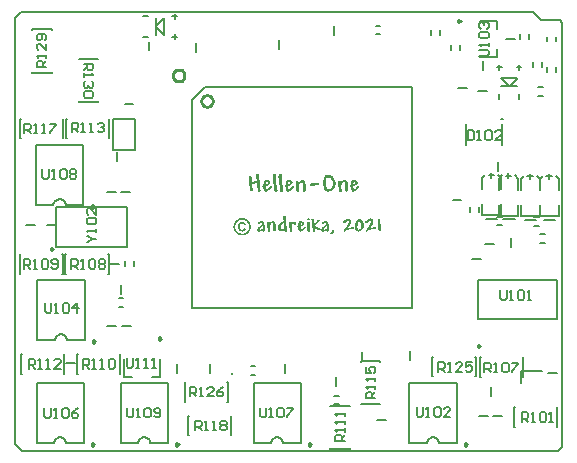
<source format=gto>
G04*
G04 #@! TF.GenerationSoftware,Altium Limited,Altium Designer,20.2.7 (254)*
G04*
G04 Layer_Color=65535*
%FSLAX25Y25*%
%MOIN*%
G70*
G04*
G04 #@! TF.SameCoordinates,3777F252-AF5A-4096-8F86-E26498AB5466*
G04*
G04*
G04 #@! TF.FilePolarity,Positive*
G04*
G01*
G75*
%ADD10C,0.00591*%
%ADD11C,0.01000*%
%ADD12C,0.00984*%
%ADD13C,0.00787*%
%ADD14C,0.00800*%
%ADD15C,0.00669*%
%ADD16C,0.00650*%
G36*
X81342Y92825D02*
X81390D01*
X81486Y92786D01*
X81544Y92767D01*
X81592Y92728D01*
X81602D01*
X81612Y92709D01*
X81660Y92651D01*
X81708Y92555D01*
X81717Y92498D01*
X81727Y92431D01*
Y92421D01*
Y92373D01*
Y92334D01*
X81736Y92286D01*
Y92229D01*
Y92161D01*
X81746Y92075D01*
Y91988D01*
X81756Y91883D01*
X81765Y91758D01*
X81775Y91623D01*
X81794Y91470D01*
X81804Y91306D01*
X81823Y91124D01*
Y91104D01*
X81832Y91066D01*
Y90999D01*
X81842Y90922D01*
X81852Y90845D01*
Y90768D01*
X81861Y90710D01*
Y90662D01*
X81929Y90672D01*
X81948D01*
X81986Y90662D01*
X82044Y90624D01*
X82073Y90595D01*
X82102Y90557D01*
Y90547D01*
X82111Y90537D01*
X82150Y90480D01*
X82178Y90403D01*
X82188Y90297D01*
Y90288D01*
Y90278D01*
Y90249D01*
X82178Y90211D01*
X82150Y90105D01*
X82102Y89970D01*
Y89961D01*
X82092Y89942D01*
X82054Y89884D01*
X82006Y89817D01*
X81977Y89797D01*
X81948Y89788D01*
X81977Y89288D01*
Y89269D01*
X81986Y89230D01*
Y89192D01*
X81996Y89144D01*
X82006Y89086D01*
X82015Y89019D01*
X82025Y88942D01*
X82034Y88856D01*
X82044Y88759D01*
X82063Y88644D01*
X82082Y88529D01*
X82102Y88385D01*
X82121Y88240D01*
X82140Y88077D01*
Y88068D01*
X82150Y88039D01*
Y87991D01*
X82159Y87933D01*
X82169Y87866D01*
X82178Y87789D01*
X82207Y87616D01*
X82236Y87443D01*
X82255Y87279D01*
X82265Y87212D01*
Y87155D01*
X82275Y87107D01*
Y87078D01*
Y87068D01*
Y87049D01*
X82265Y87020D01*
X82255Y86982D01*
X82227Y86885D01*
X82188Y86838D01*
X82150Y86789D01*
X82140D01*
X82130Y86770D01*
X82102Y86761D01*
X82063Y86741D01*
X81967Y86703D01*
X81900Y86693D01*
X81832Y86684D01*
X81794D01*
X81746Y86693D01*
X81698Y86703D01*
X81631Y86722D01*
X81573Y86751D01*
X81506Y86789D01*
X81448Y86847D01*
X81438Y86857D01*
X81429Y86876D01*
X81410Y86914D01*
X81381Y86962D01*
X81352Y87030D01*
X81333Y87107D01*
X81323Y87193D01*
X81314Y87289D01*
Y87308D01*
Y87328D01*
Y87356D01*
X81304Y87395D01*
Y87453D01*
X81294Y87520D01*
Y87616D01*
X81275Y87712D01*
X81265Y87837D01*
X81256Y87981D01*
X81237Y88144D01*
X81208Y88337D01*
X81189Y88548D01*
X81160Y88788D01*
X81121Y89057D01*
Y89067D01*
Y89077D01*
X81112Y89134D01*
X81102Y89211D01*
X81093Y89307D01*
X81083Y89413D01*
X81073Y89509D01*
X81064Y89596D01*
X81054Y89653D01*
X81045D01*
X81025Y89644D01*
X80977D01*
X80929Y89634D01*
X80852Y89615D01*
X80775Y89605D01*
X80679Y89586D01*
X80574Y89567D01*
X80458Y89538D01*
X80324Y89519D01*
X80045Y89451D01*
X79728Y89384D01*
X79392Y89298D01*
Y89288D01*
Y89259D01*
X79401Y89201D01*
X79411Y89115D01*
X79430Y89009D01*
X79449Y88856D01*
X79468Y88683D01*
X79478Y88577D01*
X79497Y88462D01*
Y88452D01*
Y88433D01*
X79507Y88404D01*
X79517Y88356D01*
X79536Y88250D01*
X79555Y88116D01*
X79584Y87962D01*
X79603Y87818D01*
X79632Y87674D01*
X79661Y87549D01*
X79670Y87539D01*
X79709Y87529D01*
X79738Y87501D01*
X79766Y87472D01*
X79776Y87462D01*
X79786Y87443D01*
X79795Y87395D01*
Y87318D01*
Y87308D01*
Y87299D01*
X79786Y87270D01*
X79766Y87231D01*
X79738Y87193D01*
X79699Y87135D01*
X79651Y87078D01*
X79574Y87011D01*
X79564Y87001D01*
X79536Y86982D01*
X79497Y86953D01*
X79449Y86924D01*
X79334Y86866D01*
X79267Y86847D01*
X79209Y86838D01*
X79190D01*
X79132Y86847D01*
X79046Y86876D01*
X78949Y86934D01*
X78892Y86972D01*
X78844Y87030D01*
X78796Y87087D01*
X78757Y87164D01*
X78719Y87251D01*
X78690Y87356D01*
X78661Y87472D01*
X78652Y87606D01*
Y87616D01*
Y87664D01*
X78642Y87731D01*
X78632Y87827D01*
X78623Y87962D01*
X78613Y88135D01*
X78604Y88231D01*
X78594Y88337D01*
X78584Y88462D01*
X78575Y88586D01*
Y88596D01*
Y88615D01*
X78565Y88644D01*
Y88673D01*
X78556Y88769D01*
X78546Y88884D01*
X78536Y89000D01*
X78527Y89115D01*
X78517Y89211D01*
Y89240D01*
Y89269D01*
X78507D01*
X78469Y89288D01*
X78411Y89327D01*
X78382Y89355D01*
X78354Y89403D01*
Y89413D01*
X78344Y89432D01*
X78315Y89490D01*
X78277Y89567D01*
X78267Y89644D01*
Y89653D01*
Y89663D01*
X78277Y89720D01*
X78296Y89788D01*
X78325Y89865D01*
Y89874D01*
X78334Y89884D01*
X78363Y89922D01*
X78411Y89961D01*
X78479Y89990D01*
Y89999D01*
Y90009D01*
X78469Y90038D01*
Y90086D01*
X78459Y90153D01*
X78440Y90249D01*
X78421Y90355D01*
X78402Y90499D01*
Y90509D01*
X78392Y90537D01*
Y90576D01*
X78382Y90633D01*
X78363Y90710D01*
X78354Y90787D01*
X78325Y90970D01*
X78296Y91162D01*
X78277Y91354D01*
X78258Y91527D01*
X78248Y91604D01*
Y91671D01*
Y91681D01*
Y91710D01*
X78258Y91748D01*
X78267Y91796D01*
X78286Y91844D01*
X78306Y91912D01*
X78344Y91960D01*
X78392Y92017D01*
X78402Y92027D01*
X78421Y92036D01*
X78450Y92056D01*
X78488Y92085D01*
X78604Y92133D01*
X78661Y92142D01*
X78728Y92152D01*
X78767D01*
X78805Y92142D01*
X78853Y92133D01*
X78911Y92113D01*
X78969Y92075D01*
X79036Y92036D01*
X79094Y91979D01*
X79103Y91969D01*
X79123Y91950D01*
X79142Y91912D01*
X79180Y91864D01*
X79209Y91806D01*
X79228Y91729D01*
X79247Y91642D01*
X79257Y91546D01*
Y91537D01*
Y91508D01*
Y91460D01*
Y91393D01*
Y91316D01*
X79267Y91220D01*
Y91114D01*
X79276Y91008D01*
X79286Y90768D01*
X79305Y90528D01*
X79334Y90288D01*
X79372Y90066D01*
X79382D01*
X79420Y90076D01*
X79468Y90086D01*
X79545Y90095D01*
X79622Y90105D01*
X79728Y90124D01*
X79834Y90143D01*
X79949Y90172D01*
X80208Y90220D01*
X80468Y90288D01*
X80727Y90364D01*
X80843Y90403D01*
X80958Y90451D01*
Y90460D01*
Y90489D01*
X80948Y90547D01*
X80939Y90624D01*
X80929Y90729D01*
X80910Y90864D01*
X80881Y91027D01*
X80852Y91229D01*
Y91239D01*
X80843Y91268D01*
Y91306D01*
X80833Y91364D01*
X80823Y91422D01*
X80814Y91498D01*
X80785Y91671D01*
X80756Y91854D01*
X80737Y92036D01*
X80727Y92200D01*
X80718Y92277D01*
Y92334D01*
Y92344D01*
Y92373D01*
X80727Y92402D01*
X80737Y92450D01*
X80756Y92507D01*
X80785Y92565D01*
X80823Y92623D01*
X80881Y92680D01*
X80891Y92690D01*
X80910Y92709D01*
X80948Y92728D01*
X80996Y92757D01*
X81054Y92786D01*
X81121Y92815D01*
X81198Y92825D01*
X81275Y92834D01*
X81304D01*
X81342Y92825D01*
D02*
G37*
G36*
X110566Y90672D02*
X110634Y90662D01*
X110711Y90633D01*
X110787Y90605D01*
X110874Y90557D01*
X110951Y90489D01*
X110960Y90480D01*
X110989Y90451D01*
X111028Y90412D01*
X111066Y90345D01*
X111124Y90268D01*
X111172Y90172D01*
X111220Y90057D01*
X111268Y89932D01*
X111277Y89913D01*
Y89894D01*
X111287Y89855D01*
X111297Y89807D01*
X111306Y89749D01*
X111316Y89682D01*
X111326Y89596D01*
X111335Y89499D01*
X111354Y89384D01*
X111364Y89250D01*
X111374Y89105D01*
X111383Y88933D01*
X111393Y88750D01*
X111402Y88548D01*
X111412Y88317D01*
Y88308D01*
Y88279D01*
Y88240D01*
X111422Y88183D01*
Y88096D01*
X111431Y88000D01*
Y87885D01*
X111441Y87750D01*
Y87731D01*
X111451Y87693D01*
Y87625D01*
X111460Y87549D01*
X111470Y87385D01*
X111479Y87308D01*
Y87251D01*
Y87241D01*
Y87222D01*
X111470Y87183D01*
X111460Y87145D01*
X111441Y87087D01*
X111402Y87039D01*
X111364Y86982D01*
X111306Y86924D01*
X111297Y86914D01*
X111277Y86905D01*
X111239Y86885D01*
X111191Y86857D01*
X111133Y86828D01*
X111076Y86809D01*
X110999Y86799D01*
X110922Y86789D01*
X110883D01*
X110845Y86799D01*
X110797D01*
X110672Y86828D01*
X110557Y86885D01*
X110547Y86895D01*
X110538Y86905D01*
X110489Y86962D01*
X110432Y87039D01*
X110422Y87097D01*
X110413Y87155D01*
Y87164D01*
Y87174D01*
Y87212D01*
Y87260D01*
Y87318D01*
Y87405D01*
X110422Y87510D01*
Y87645D01*
Y87654D01*
Y87664D01*
Y87693D01*
Y87731D01*
X110432Y87818D01*
Y87933D01*
Y88048D01*
X110442Y88164D01*
Y88269D01*
Y88356D01*
Y88366D01*
Y88385D01*
Y88414D01*
Y88471D01*
Y88481D01*
Y88500D01*
X110451Y88558D01*
Y88635D01*
Y88711D01*
Y88731D01*
Y88769D01*
Y88836D01*
X110442Y88913D01*
Y89019D01*
X110432Y89125D01*
X110413Y89375D01*
X110365Y89615D01*
X110345Y89720D01*
X110307Y89826D01*
X110268Y89903D01*
X110230Y89970D01*
X110172Y90009D01*
X110115Y90028D01*
X110086D01*
X110038Y90018D01*
X109990Y89999D01*
X109923Y89970D01*
X109846Y89932D01*
X109759Y89884D01*
X109673Y89807D01*
X109663Y89797D01*
X109634Y89768D01*
X109586Y89720D01*
X109529Y89653D01*
X109471Y89576D01*
X109404Y89471D01*
X109346Y89365D01*
X109288Y89240D01*
X109279Y89221D01*
X109269Y89182D01*
X109250Y89105D01*
X109221Y89019D01*
X109192Y88904D01*
X109173Y88769D01*
X109163Y88625D01*
X109154Y88471D01*
Y88462D01*
Y88442D01*
Y88394D01*
X109163Y88327D01*
X109173Y88231D01*
X109183Y88106D01*
X109202Y87952D01*
X109231Y87760D01*
Y87750D01*
Y87731D01*
X109240Y87702D01*
X109250Y87664D01*
X109259Y87549D01*
X109279Y87424D01*
X109298Y87279D01*
X109308Y87145D01*
X109327Y87030D01*
Y86972D01*
Y86934D01*
Y86924D01*
Y86914D01*
X109308Y86866D01*
X109279Y86799D01*
X109240Y86761D01*
X109202Y86732D01*
X109192D01*
X109183Y86722D01*
X109125Y86693D01*
X109038Y86664D01*
X108933Y86655D01*
X108875D01*
X108808Y86664D01*
X108731Y86684D01*
X108644Y86713D01*
X108568Y86761D01*
X108491Y86818D01*
X108433Y86905D01*
Y86914D01*
X108414Y86953D01*
X108395Y87020D01*
X108375Y87116D01*
X108346Y87251D01*
X108337Y87328D01*
X108327Y87414D01*
X108308Y87510D01*
X108298Y87625D01*
X108279Y87741D01*
X108270Y87875D01*
Y87885D01*
Y87923D01*
X108260Y87981D01*
X108250Y88048D01*
X108241Y88202D01*
X108231Y88269D01*
X108222Y88337D01*
Y88356D01*
X108212Y88394D01*
X108202Y88462D01*
X108193Y88558D01*
X108183Y88663D01*
X108174Y88779D01*
X108145Y89038D01*
X108106Y89307D01*
X108097Y89442D01*
X108087Y89557D01*
X108077Y89672D01*
X108068Y89759D01*
X108058Y89826D01*
Y89874D01*
Y89884D01*
Y89903D01*
Y89922D01*
X108068Y89961D01*
X108087Y90057D01*
X108125Y90162D01*
X108193Y90259D01*
X108289Y90355D01*
X108346Y90393D01*
X108423Y90412D01*
X108500Y90432D01*
X108596Y90441D01*
X108635D01*
X108683Y90432D01*
X108731Y90422D01*
X108856Y90384D01*
X108904Y90355D01*
X108952Y90307D01*
X108961Y90297D01*
X108971Y90278D01*
X108990Y90249D01*
X109019Y90201D01*
X109038Y90143D01*
X109067Y90066D01*
X109087Y89970D01*
X109106Y89865D01*
X109115Y89884D01*
X109154Y89932D01*
X109211Y89999D01*
X109288Y90086D01*
X109375Y90182D01*
X109481Y90288D01*
X109605Y90384D01*
X109730Y90470D01*
X109749Y90480D01*
X109788Y90499D01*
X109865Y90537D01*
X109951Y90576D01*
X110067Y90614D01*
X110192Y90653D01*
X110326Y90672D01*
X110461Y90681D01*
X110509D01*
X110566Y90672D01*
D02*
G37*
G36*
X96449D02*
X96517Y90662D01*
X96593Y90633D01*
X96670Y90605D01*
X96757Y90557D01*
X96834Y90489D01*
X96843Y90480D01*
X96872Y90451D01*
X96911Y90412D01*
X96949Y90345D01*
X97007Y90268D01*
X97055Y90172D01*
X97103Y90057D01*
X97151Y89932D01*
X97161Y89913D01*
Y89894D01*
X97170Y89855D01*
X97180Y89807D01*
X97189Y89749D01*
X97199Y89682D01*
X97208Y89596D01*
X97218Y89499D01*
X97237Y89384D01*
X97247Y89250D01*
X97257Y89105D01*
X97266Y88933D01*
X97276Y88750D01*
X97285Y88548D01*
X97295Y88317D01*
Y88308D01*
Y88279D01*
Y88240D01*
X97305Y88183D01*
Y88096D01*
X97314Y88000D01*
Y87885D01*
X97324Y87750D01*
Y87731D01*
X97333Y87693D01*
Y87625D01*
X97343Y87549D01*
X97353Y87385D01*
X97362Y87308D01*
Y87251D01*
Y87241D01*
Y87222D01*
X97353Y87183D01*
X97343Y87145D01*
X97324Y87087D01*
X97285Y87039D01*
X97247Y86982D01*
X97189Y86924D01*
X97180Y86914D01*
X97161Y86905D01*
X97122Y86885D01*
X97074Y86857D01*
X97016Y86828D01*
X96959Y86809D01*
X96882Y86799D01*
X96805Y86789D01*
X96766D01*
X96728Y86799D01*
X96680D01*
X96555Y86828D01*
X96440Y86885D01*
X96430Y86895D01*
X96421Y86905D01*
X96372Y86962D01*
X96315Y87039D01*
X96305Y87097D01*
X96296Y87155D01*
Y87164D01*
Y87174D01*
Y87212D01*
Y87260D01*
Y87318D01*
Y87405D01*
X96305Y87510D01*
Y87645D01*
Y87654D01*
Y87664D01*
Y87693D01*
Y87731D01*
X96315Y87818D01*
Y87933D01*
Y88048D01*
X96324Y88164D01*
Y88269D01*
Y88356D01*
Y88366D01*
Y88385D01*
Y88414D01*
Y88471D01*
Y88481D01*
Y88500D01*
X96334Y88558D01*
Y88635D01*
Y88711D01*
Y88731D01*
Y88769D01*
Y88836D01*
X96324Y88913D01*
Y89019D01*
X96315Y89125D01*
X96296Y89375D01*
X96248Y89615D01*
X96228Y89720D01*
X96190Y89826D01*
X96151Y89903D01*
X96113Y89970D01*
X96055Y90009D01*
X95998Y90028D01*
X95969D01*
X95921Y90018D01*
X95873Y89999D01*
X95805Y89970D01*
X95729Y89932D01*
X95642Y89884D01*
X95556Y89807D01*
X95546Y89797D01*
X95517Y89768D01*
X95469Y89720D01*
X95411Y89653D01*
X95354Y89576D01*
X95287Y89471D01*
X95229Y89365D01*
X95171Y89240D01*
X95162Y89221D01*
X95152Y89182D01*
X95133Y89105D01*
X95104Y89019D01*
X95075Y88904D01*
X95056Y88769D01*
X95046Y88625D01*
X95037Y88471D01*
Y88462D01*
Y88442D01*
Y88394D01*
X95046Y88327D01*
X95056Y88231D01*
X95065Y88106D01*
X95085Y87952D01*
X95113Y87760D01*
Y87750D01*
Y87731D01*
X95123Y87702D01*
X95133Y87664D01*
X95142Y87549D01*
X95162Y87424D01*
X95181Y87279D01*
X95190Y87145D01*
X95210Y87030D01*
Y86972D01*
Y86934D01*
Y86924D01*
Y86914D01*
X95190Y86866D01*
X95162Y86799D01*
X95123Y86761D01*
X95085Y86732D01*
X95075D01*
X95065Y86722D01*
X95008Y86693D01*
X94921Y86664D01*
X94816Y86655D01*
X94758D01*
X94691Y86664D01*
X94614Y86684D01*
X94527Y86713D01*
X94450Y86761D01*
X94374Y86818D01*
X94316Y86905D01*
Y86914D01*
X94297Y86953D01*
X94277Y87020D01*
X94258Y87116D01*
X94229Y87251D01*
X94220Y87328D01*
X94210Y87414D01*
X94191Y87510D01*
X94181Y87625D01*
X94162Y87741D01*
X94152Y87875D01*
Y87885D01*
Y87923D01*
X94143Y87981D01*
X94133Y88048D01*
X94124Y88202D01*
X94114Y88269D01*
X94104Y88337D01*
Y88356D01*
X94095Y88394D01*
X94085Y88462D01*
X94076Y88558D01*
X94066Y88663D01*
X94056Y88779D01*
X94028Y89038D01*
X93989Y89307D01*
X93980Y89442D01*
X93970Y89557D01*
X93960Y89672D01*
X93951Y89759D01*
X93941Y89826D01*
Y89874D01*
Y89884D01*
Y89903D01*
Y89922D01*
X93951Y89961D01*
X93970Y90057D01*
X94008Y90162D01*
X94076Y90259D01*
X94172Y90355D01*
X94229Y90393D01*
X94306Y90412D01*
X94383Y90432D01*
X94479Y90441D01*
X94518D01*
X94566Y90432D01*
X94614Y90422D01*
X94739Y90384D01*
X94787Y90355D01*
X94835Y90307D01*
X94844Y90297D01*
X94854Y90278D01*
X94873Y90249D01*
X94902Y90201D01*
X94921Y90143D01*
X94950Y90066D01*
X94969Y89970D01*
X94989Y89865D01*
X94998Y89884D01*
X95037Y89932D01*
X95094Y89999D01*
X95171Y90086D01*
X95258Y90182D01*
X95363Y90288D01*
X95488Y90384D01*
X95613Y90470D01*
X95632Y90480D01*
X95671Y90499D01*
X95748Y90537D01*
X95834Y90576D01*
X95950Y90614D01*
X96074Y90653D01*
X96209Y90672D01*
X96344Y90681D01*
X96392D01*
X96449Y90672D01*
D02*
G37*
G36*
X101331Y89768D02*
X101379Y89759D01*
X101475Y89730D01*
X101523Y89692D01*
X101571Y89653D01*
X101581Y89644D01*
X101591Y89634D01*
X101639Y89576D01*
X101677Y89480D01*
X101687Y89432D01*
X101696Y89375D01*
Y89365D01*
Y89346D01*
X101687Y89317D01*
Y89278D01*
X101648Y89173D01*
X101629Y89125D01*
X101591Y89067D01*
Y89057D01*
X101571Y89048D01*
X101523Y89000D01*
X101437Y88952D01*
X101389Y88942D01*
X101331Y88933D01*
X101225D01*
X101168Y88923D01*
X101101D01*
X101014Y88913D01*
X100928D01*
X100822Y88894D01*
X100716Y88884D01*
X100466Y88856D01*
X100188Y88807D01*
X99890Y88740D01*
X99880D01*
X99861Y88731D01*
X99832D01*
X99794Y88721D01*
X99688Y88702D01*
X99573Y88673D01*
X99448Y88644D01*
X99332Y88625D01*
X99236Y88615D01*
X99207Y88606D01*
X99159D01*
X99130Y88615D01*
X99102Y88625D01*
X99015Y88663D01*
X98967Y88692D01*
X98929Y88731D01*
Y88740D01*
X98909Y88750D01*
X98900Y88779D01*
X98881Y88817D01*
X98852Y88913D01*
X98833Y89019D01*
Y89029D01*
Y89048D01*
X98842Y89077D01*
X98852Y89115D01*
X98881Y89221D01*
X98909Y89278D01*
X98948Y89336D01*
X98958Y89346D01*
X98967Y89365D01*
X99025Y89423D01*
X99111Y89471D01*
X99169Y89490D01*
X99227Y89499D01*
X99284D01*
X99342Y89509D01*
X99419Y89519D01*
X99534Y89528D01*
X99669Y89547D01*
X99755Y89567D01*
X99851Y89576D01*
X99861D01*
X99899Y89586D01*
X99957Y89596D01*
X100024Y89605D01*
X100159Y89624D01*
X100216D01*
X100265Y89634D01*
X100284D01*
X100322Y89644D01*
X100361D01*
X100418Y89653D01*
X100495Y89663D01*
X100582Y89672D01*
X100687Y89692D01*
X100707D01*
X100764Y89701D01*
X100841Y89720D01*
X100928Y89740D01*
X101024Y89749D01*
X101120Y89768D01*
X101206Y89778D01*
X101293D01*
X101331Y89768D01*
D02*
G37*
G36*
X104512Y92488D02*
X104551Y92479D01*
X104589Y92459D01*
X104637Y92440D01*
X104695Y92402D01*
X104743Y92354D01*
X104752Y92344D01*
X104762Y92325D01*
X104791Y92296D01*
X104820Y92267D01*
X104868Y92171D01*
X104877Y92123D01*
X104887Y92065D01*
Y92056D01*
Y92017D01*
Y91960D01*
X104877Y91892D01*
X104858Y91729D01*
X104839Y91652D01*
X104810Y91575D01*
Y91566D01*
X104800Y91546D01*
X104762Y91489D01*
X104704Y91422D01*
X104675Y91402D01*
X104647Y91393D01*
X104627D01*
X104589Y91402D01*
X104531Y91422D01*
X104493Y91460D01*
X104483Y91470D01*
X104464Y91498D01*
X104435Y91527D01*
X104397Y91537D01*
X104378Y91527D01*
X104358Y91508D01*
X104330Y91470D01*
X104301Y91402D01*
X104281Y91364D01*
X104272Y91306D01*
X104253Y91239D01*
X104233Y91172D01*
X104214Y91085D01*
X104195Y90989D01*
Y90979D01*
Y90960D01*
X104185Y90931D01*
X104176Y90893D01*
Y90835D01*
X104166Y90778D01*
X104156Y90701D01*
X104147Y90614D01*
X104128Y90412D01*
X104118Y90182D01*
X104099Y89922D01*
Y89624D01*
Y89615D01*
Y89576D01*
Y89528D01*
Y89461D01*
X104109Y89375D01*
Y89278D01*
X104118Y89173D01*
X104128Y89057D01*
X104147Y88807D01*
X104185Y88558D01*
X104233Y88308D01*
X104262Y88192D01*
X104301Y88087D01*
Y88077D01*
X104310Y88068D01*
X104339Y88000D01*
X104387Y87914D01*
X104445Y87818D01*
X104522Y87722D01*
X104618Y87635D01*
X104724Y87568D01*
X104781Y87558D01*
X104849Y87549D01*
X104906D01*
X104954Y87558D01*
X105012Y87568D01*
X105079Y87577D01*
X105223Y87625D01*
X105396Y87693D01*
X105492Y87741D01*
X105588Y87789D01*
X105684Y87856D01*
X105781Y87933D01*
X105867Y88020D01*
X105963Y88125D01*
X105973Y88135D01*
X105982Y88154D01*
X106011Y88183D01*
X106040Y88231D01*
X106079Y88289D01*
X106117Y88356D01*
X106165Y88433D01*
X106213Y88519D01*
X106300Y88721D01*
X106376Y88952D01*
X106434Y89211D01*
X106444Y89346D01*
X106453Y89490D01*
Y89499D01*
Y89519D01*
Y89557D01*
X106444Y89605D01*
Y89663D01*
X106434Y89730D01*
X106405Y89894D01*
X106357Y90086D01*
X106280Y90288D01*
X106184Y90509D01*
X106050Y90720D01*
Y90729D01*
X106030Y90749D01*
X106011Y90778D01*
X105982Y90816D01*
X105896Y90912D01*
X105781Y91037D01*
X105646Y91162D01*
X105483Y91296D01*
X105300Y91422D01*
X105108Y91518D01*
X105098Y91527D01*
X105079Y91537D01*
X105041Y91566D01*
X105002Y91614D01*
X104964Y91681D01*
X104925Y91767D01*
X104906Y91873D01*
X104896Y92017D01*
Y92027D01*
Y92046D01*
X104906Y92104D01*
X104925Y92171D01*
X104973Y92248D01*
X104993Y92257D01*
X105031Y92296D01*
X105098Y92325D01*
X105194Y92334D01*
X105243D01*
X105281Y92325D01*
X105387Y92315D01*
X105511Y92286D01*
X105665Y92229D01*
X105838Y92152D01*
X106021Y92056D01*
X106107Y91988D01*
X106203Y91912D01*
X106213D01*
X106223Y91892D01*
X106252Y91873D01*
X106290Y91835D01*
X106376Y91748D01*
X106492Y91623D01*
X106617Y91460D01*
X106751Y91277D01*
X106886Y91056D01*
X107011Y90816D01*
Y90806D01*
X107020Y90787D01*
X107039Y90749D01*
X107059Y90701D01*
X107088Y90643D01*
X107107Y90566D01*
X107136Y90489D01*
X107174Y90393D01*
X107232Y90191D01*
X107280Y89961D01*
X107318Y89711D01*
X107328Y89461D01*
Y89451D01*
Y89432D01*
Y89403D01*
X107318Y89365D01*
Y89307D01*
X107309Y89240D01*
X107280Y89086D01*
X107232Y88904D01*
X107165Y88692D01*
X107068Y88462D01*
X106934Y88221D01*
Y88212D01*
X106915Y88192D01*
X106895Y88154D01*
X106867Y88116D01*
X106828Y88058D01*
X106780Y87991D01*
X106665Y87846D01*
X106530Y87683D01*
X106367Y87510D01*
X106175Y87337D01*
X105963Y87183D01*
X105954D01*
X105934Y87164D01*
X105905Y87145D01*
X105858Y87126D01*
X105809Y87097D01*
X105742Y87059D01*
X105588Y86991D01*
X105406Y86924D01*
X105204Y86857D01*
X104973Y86818D01*
X104743Y86799D01*
X104704D01*
X104666Y86809D01*
X104608D01*
X104541Y86818D01*
X104464Y86838D01*
X104291Y86885D01*
X104195Y86924D01*
X104099Y86972D01*
X103993Y87020D01*
X103897Y87087D01*
X103801Y87174D01*
X103705Y87260D01*
X103618Y87366D01*
X103542Y87491D01*
Y87501D01*
X103522Y87529D01*
X103503Y87568D01*
X103484Y87625D01*
X103455Y87702D01*
X103417Y87799D01*
X103378Y87914D01*
X103349Y88048D01*
X103311Y88202D01*
X103272Y88366D01*
X103244Y88558D01*
X103205Y88769D01*
X103186Y89000D01*
X103167Y89259D01*
X103147Y89528D01*
Y89826D01*
Y89836D01*
Y89855D01*
Y89894D01*
Y89942D01*
X103157Y90009D01*
Y90076D01*
X103167Y90249D01*
X103186Y90451D01*
X103224Y90672D01*
X103263Y90893D01*
X103321Y91124D01*
Y91133D01*
X103330Y91152D01*
X103340Y91181D01*
X103359Y91229D01*
X103397Y91335D01*
X103455Y91479D01*
X103522Y91633D01*
X103609Y91796D01*
X103715Y91960D01*
X103830Y92113D01*
X103849Y92133D01*
X103887Y92171D01*
X103945Y92238D01*
X104032Y92306D01*
X104128Y92373D01*
X104233Y92440D01*
X104339Y92479D01*
X104454Y92498D01*
X104483D01*
X104512Y92488D01*
D02*
G37*
G36*
X113190Y90797D02*
X113286Y90787D01*
X113401Y90768D01*
X113536Y90749D01*
X113670Y90710D01*
X113805Y90662D01*
X113824Y90653D01*
X113863Y90633D01*
X113930Y90605D01*
X114016Y90557D01*
X114112Y90509D01*
X114218Y90441D01*
X114324Y90364D01*
X114420Y90278D01*
X114430Y90268D01*
X114458Y90239D01*
X114506Y90191D01*
X114555Y90134D01*
X114593Y90066D01*
X114641Y89999D01*
X114670Y89922D01*
X114680Y89845D01*
Y89836D01*
Y89807D01*
Y89768D01*
X114670Y89720D01*
X114660Y89605D01*
X114651Y89557D01*
X114631Y89509D01*
X114622Y89490D01*
X114593Y89442D01*
X114545Y89384D01*
X114478Y89307D01*
X114468D01*
X114449Y89288D01*
X114420Y89259D01*
X114353Y89230D01*
X114276Y89173D01*
X114161Y89105D01*
X114007Y89019D01*
X113920Y88971D01*
X113824Y88913D01*
X113815D01*
X113805Y88904D01*
X113776Y88884D01*
X113738Y88865D01*
X113651Y88817D01*
X113546Y88759D01*
X113440Y88692D01*
X113334Y88635D01*
X113257Y88586D01*
X113228Y88567D01*
X113209Y88558D01*
Y88346D01*
Y88337D01*
Y88298D01*
X113219Y88240D01*
Y88173D01*
X113228Y88087D01*
X113248Y88000D01*
X113296Y87827D01*
Y87818D01*
X113315Y87789D01*
X113324Y87760D01*
X113353Y87722D01*
X113382Y87674D01*
X113411Y87645D01*
X113449Y87616D01*
X113488Y87606D01*
X113497D01*
X113526Y87616D01*
X113574Y87635D01*
X113642Y87674D01*
X113738Y87731D01*
X113853Y87818D01*
X113920Y87875D01*
X113997Y87952D01*
X114074Y88029D01*
X114161Y88116D01*
X114180Y88135D01*
X114228Y88183D01*
X114295Y88250D01*
X114372Y88327D01*
X114458Y88414D01*
X114545Y88500D01*
X114622Y88567D01*
X114680Y88615D01*
X114689D01*
X114699Y88635D01*
X114756Y88663D01*
X114833Y88692D01*
X114920Y88711D01*
X114968D01*
X115016Y88702D01*
X115083Y88683D01*
X115141Y88644D01*
X115189Y88596D01*
X115227Y88529D01*
X115237Y88442D01*
Y88433D01*
X115227Y88385D01*
X115189Y88317D01*
X115160Y88269D01*
X115121Y88212D01*
X115074Y88144D01*
X115006Y88077D01*
X114939Y87991D01*
X114843Y87904D01*
X114737Y87808D01*
X114612Y87693D01*
X114468Y87577D01*
X114305Y87453D01*
X114295D01*
X114276Y87433D01*
X114237Y87405D01*
X114180Y87356D01*
X114170Y87347D01*
X114141Y87328D01*
X114103Y87299D01*
X114055Y87260D01*
X113988Y87212D01*
X113920Y87155D01*
X113767Y87049D01*
X113594Y86934D01*
X113440Y86828D01*
X113363Y86789D01*
X113305Y86761D01*
X113248Y86741D01*
X113209Y86732D01*
X113190D01*
X113152Y86741D01*
X113075Y86751D01*
X112988Y86789D01*
X112892Y86838D01*
X112786Y86914D01*
X112681Y87030D01*
X112633Y87097D01*
X112584Y87174D01*
Y87183D01*
X112575Y87193D01*
X112546Y87251D01*
X112508Y87347D01*
X112469Y87462D01*
X112421Y87606D01*
X112383Y87779D01*
X112354Y87962D01*
X112344Y88164D01*
Y88317D01*
X112335D01*
X112296Y88308D01*
X112239Y88298D01*
X112162Y88289D01*
X112152D01*
X112123Y88298D01*
X112085Y88327D01*
X112046Y88375D01*
X112037Y88394D01*
X112027Y88433D01*
X112008Y88481D01*
X111998Y88538D01*
Y88548D01*
Y88567D01*
Y88596D01*
X112008Y88635D01*
X112027Y88721D01*
X112056Y88788D01*
X112066Y88798D01*
X112085Y88817D01*
X112114Y88836D01*
X112152Y88865D01*
X112190Y88894D01*
X112258Y88923D01*
X112325Y88952D01*
Y88961D01*
Y88971D01*
Y89029D01*
X112335Y89125D01*
Y89240D01*
X112354Y89375D01*
X112373Y89519D01*
X112392Y89672D01*
X112431Y89826D01*
Y89836D01*
X112440Y89845D01*
X112450Y89894D01*
X112479Y89970D01*
X112508Y90066D01*
X112546Y90182D01*
X112594Y90297D01*
X112652Y90412D01*
X112719Y90518D01*
X112729Y90528D01*
X112748Y90566D01*
X112786Y90614D01*
X112825Y90662D01*
X112882Y90720D01*
X112931Y90758D01*
X112988Y90797D01*
X113046Y90806D01*
X113113D01*
X113190Y90797D01*
D02*
G37*
G36*
X91462D02*
X91558Y90787D01*
X91673Y90768D01*
X91808Y90749D01*
X91942Y90710D01*
X92077Y90662D01*
X92096Y90653D01*
X92134Y90633D01*
X92202Y90605D01*
X92288Y90557D01*
X92384Y90509D01*
X92490Y90441D01*
X92596Y90364D01*
X92692Y90278D01*
X92701Y90268D01*
X92730Y90239D01*
X92778Y90191D01*
X92826Y90134D01*
X92865Y90066D01*
X92913Y89999D01*
X92942Y89922D01*
X92951Y89845D01*
Y89836D01*
Y89807D01*
Y89768D01*
X92942Y89720D01*
X92932Y89605D01*
X92922Y89557D01*
X92903Y89509D01*
X92894Y89490D01*
X92865Y89442D01*
X92817Y89384D01*
X92750Y89307D01*
X92740D01*
X92721Y89288D01*
X92692Y89259D01*
X92624Y89230D01*
X92548Y89173D01*
X92432Y89105D01*
X92279Y89019D01*
X92192Y88971D01*
X92096Y88913D01*
X92086D01*
X92077Y88904D01*
X92048Y88884D01*
X92010Y88865D01*
X91923Y88817D01*
X91817Y88759D01*
X91712Y88692D01*
X91606Y88635D01*
X91529Y88586D01*
X91500Y88567D01*
X91481Y88558D01*
Y88346D01*
Y88337D01*
Y88298D01*
X91491Y88240D01*
Y88173D01*
X91500Y88087D01*
X91519Y88000D01*
X91567Y87827D01*
Y87818D01*
X91587Y87789D01*
X91596Y87760D01*
X91625Y87722D01*
X91654Y87674D01*
X91683Y87645D01*
X91721Y87616D01*
X91760Y87606D01*
X91769D01*
X91798Y87616D01*
X91846Y87635D01*
X91913Y87674D01*
X92010Y87731D01*
X92125Y87818D01*
X92192Y87875D01*
X92269Y87952D01*
X92346Y88029D01*
X92432Y88116D01*
X92452Y88135D01*
X92500Y88183D01*
X92567Y88250D01*
X92644Y88327D01*
X92730Y88414D01*
X92817Y88500D01*
X92894Y88567D01*
X92951Y88615D01*
X92961D01*
X92971Y88635D01*
X93028Y88663D01*
X93105Y88692D01*
X93191Y88711D01*
X93240D01*
X93288Y88702D01*
X93355Y88683D01*
X93413Y88644D01*
X93461Y88596D01*
X93499Y88529D01*
X93509Y88442D01*
Y88433D01*
X93499Y88385D01*
X93461Y88317D01*
X93432Y88269D01*
X93393Y88212D01*
X93345Y88144D01*
X93278Y88077D01*
X93211Y87991D01*
X93115Y87904D01*
X93009Y87808D01*
X92884Y87693D01*
X92740Y87577D01*
X92576Y87453D01*
X92567D01*
X92548Y87433D01*
X92509Y87405D01*
X92452Y87356D01*
X92442Y87347D01*
X92413Y87328D01*
X92375Y87299D01*
X92327Y87260D01*
X92259Y87212D01*
X92192Y87155D01*
X92038Y87049D01*
X91865Y86934D01*
X91712Y86828D01*
X91635Y86789D01*
X91577Y86761D01*
X91519Y86741D01*
X91481Y86732D01*
X91462D01*
X91423Y86741D01*
X91346Y86751D01*
X91260Y86789D01*
X91164Y86838D01*
X91058Y86914D01*
X90952Y87030D01*
X90904Y87097D01*
X90856Y87174D01*
Y87183D01*
X90847Y87193D01*
X90818Y87251D01*
X90779Y87347D01*
X90741Y87462D01*
X90693Y87606D01*
X90654Y87779D01*
X90626Y87962D01*
X90616Y88164D01*
Y88317D01*
X90606D01*
X90568Y88308D01*
X90510Y88298D01*
X90434Y88289D01*
X90424D01*
X90395Y88298D01*
X90357Y88327D01*
X90318Y88375D01*
X90308Y88394D01*
X90299Y88433D01*
X90280Y88481D01*
X90270Y88538D01*
Y88548D01*
Y88567D01*
Y88596D01*
X90280Y88635D01*
X90299Y88721D01*
X90328Y88788D01*
X90337Y88798D01*
X90357Y88817D01*
X90385Y88836D01*
X90424Y88865D01*
X90462Y88894D01*
X90530Y88923D01*
X90597Y88952D01*
Y88961D01*
Y88971D01*
Y89029D01*
X90606Y89125D01*
Y89240D01*
X90626Y89375D01*
X90645Y89519D01*
X90664Y89672D01*
X90702Y89826D01*
Y89836D01*
X90712Y89845D01*
X90722Y89894D01*
X90751Y89970D01*
X90779Y90066D01*
X90818Y90182D01*
X90866Y90297D01*
X90924Y90412D01*
X90991Y90518D01*
X91000Y90528D01*
X91020Y90566D01*
X91058Y90614D01*
X91097Y90662D01*
X91154Y90720D01*
X91202Y90758D01*
X91260Y90797D01*
X91318Y90806D01*
X91385D01*
X91462Y90797D01*
D02*
G37*
G36*
X84072D02*
X84168Y90787D01*
X84283Y90768D01*
X84418Y90749D01*
X84552Y90710D01*
X84687Y90662D01*
X84706Y90653D01*
X84744Y90633D01*
X84812Y90605D01*
X84898Y90557D01*
X84994Y90509D01*
X85100Y90441D01*
X85206Y90364D01*
X85302Y90278D01*
X85311Y90268D01*
X85340Y90239D01*
X85388Y90191D01*
X85436Y90134D01*
X85475Y90066D01*
X85523Y89999D01*
X85552Y89922D01*
X85561Y89845D01*
Y89836D01*
Y89807D01*
Y89768D01*
X85552Y89720D01*
X85542Y89605D01*
X85532Y89557D01*
X85513Y89509D01*
X85504Y89490D01*
X85475Y89442D01*
X85427Y89384D01*
X85359Y89307D01*
X85350D01*
X85330Y89288D01*
X85302Y89259D01*
X85234Y89230D01*
X85158Y89173D01*
X85042Y89105D01*
X84888Y89019D01*
X84802Y88971D01*
X84706Y88913D01*
X84696D01*
X84687Y88904D01*
X84658Y88884D01*
X84619Y88865D01*
X84533Y88817D01*
X84427Y88759D01*
X84321Y88692D01*
X84216Y88635D01*
X84139Y88586D01*
X84110Y88567D01*
X84091Y88558D01*
Y88346D01*
Y88337D01*
Y88298D01*
X84101Y88240D01*
Y88173D01*
X84110Y88087D01*
X84129Y88000D01*
X84177Y87827D01*
Y87818D01*
X84197Y87789D01*
X84206Y87760D01*
X84235Y87722D01*
X84264Y87674D01*
X84293Y87645D01*
X84331Y87616D01*
X84369Y87606D01*
X84379D01*
X84408Y87616D01*
X84456Y87635D01*
X84523Y87674D01*
X84619Y87731D01*
X84735Y87818D01*
X84802Y87875D01*
X84879Y87952D01*
X84956Y88029D01*
X85042Y88116D01*
X85062Y88135D01*
X85110Y88183D01*
X85177Y88250D01*
X85254Y88327D01*
X85340Y88414D01*
X85427Y88500D01*
X85504Y88567D01*
X85561Y88615D01*
X85571D01*
X85580Y88635D01*
X85638Y88663D01*
X85715Y88692D01*
X85801Y88711D01*
X85849D01*
X85897Y88702D01*
X85965Y88683D01*
X86023Y88644D01*
X86071Y88596D01*
X86109Y88529D01*
X86119Y88442D01*
Y88433D01*
X86109Y88385D01*
X86071Y88317D01*
X86042Y88269D01*
X86003Y88212D01*
X85955Y88144D01*
X85888Y88077D01*
X85821Y87991D01*
X85725Y87904D01*
X85619Y87808D01*
X85494Y87693D01*
X85350Y87577D01*
X85186Y87453D01*
X85177D01*
X85158Y87433D01*
X85119Y87405D01*
X85062Y87356D01*
X85052Y87347D01*
X85023Y87328D01*
X84985Y87299D01*
X84936Y87260D01*
X84869Y87212D01*
X84802Y87155D01*
X84648Y87049D01*
X84475Y86934D01*
X84321Y86828D01*
X84245Y86789D01*
X84187Y86761D01*
X84129Y86741D01*
X84091Y86732D01*
X84072D01*
X84033Y86741D01*
X83956Y86751D01*
X83870Y86789D01*
X83774Y86838D01*
X83668Y86914D01*
X83562Y87030D01*
X83514Y87097D01*
X83466Y87174D01*
Y87183D01*
X83457Y87193D01*
X83428Y87251D01*
X83389Y87347D01*
X83351Y87462D01*
X83303Y87606D01*
X83264Y87779D01*
X83236Y87962D01*
X83226Y88164D01*
Y88317D01*
X83216D01*
X83178Y88308D01*
X83120Y88298D01*
X83043Y88289D01*
X83034D01*
X83005Y88298D01*
X82967Y88327D01*
X82928Y88375D01*
X82918Y88394D01*
X82909Y88433D01*
X82890Y88481D01*
X82880Y88538D01*
Y88548D01*
Y88567D01*
Y88596D01*
X82890Y88635D01*
X82909Y88721D01*
X82938Y88788D01*
X82947Y88798D01*
X82967Y88817D01*
X82995Y88836D01*
X83034Y88865D01*
X83072Y88894D01*
X83139Y88923D01*
X83207Y88952D01*
Y88961D01*
Y88971D01*
Y89029D01*
X83216Y89125D01*
Y89240D01*
X83236Y89375D01*
X83255Y89519D01*
X83274Y89672D01*
X83312Y89826D01*
Y89836D01*
X83322Y89845D01*
X83332Y89894D01*
X83360Y89970D01*
X83389Y90066D01*
X83428Y90182D01*
X83476Y90297D01*
X83534Y90412D01*
X83601Y90518D01*
X83610Y90528D01*
X83630Y90566D01*
X83668Y90614D01*
X83706Y90662D01*
X83764Y90720D01*
X83812Y90758D01*
X83870Y90797D01*
X83928Y90806D01*
X83995D01*
X84072Y90797D01*
D02*
G37*
G36*
X88915Y92815D02*
X89030Y92786D01*
X89146Y92738D01*
X89155D01*
X89174Y92719D01*
X89223Y92671D01*
X89280Y92594D01*
X89290Y92536D01*
X89299Y92479D01*
Y92459D01*
Y92440D01*
Y92402D01*
Y92363D01*
X89290Y92296D01*
Y92229D01*
X89280Y92142D01*
Y92133D01*
Y92123D01*
Y92065D01*
X89271Y91979D01*
Y91873D01*
X89261Y91748D01*
Y91623D01*
X89251Y91508D01*
Y91393D01*
Y91383D01*
Y91335D01*
X89261Y91306D01*
Y91258D01*
Y91200D01*
X89271Y91133D01*
X89280Y91056D01*
X89290Y90960D01*
X89309Y90845D01*
X89319Y90720D01*
X89338Y90585D01*
X89357Y90422D01*
X89386Y90249D01*
X89415Y90047D01*
Y90038D01*
X89424Y90009D01*
Y89961D01*
X89434Y89903D01*
X89444Y89836D01*
X89463Y89759D01*
X89482Y89576D01*
X89511Y89394D01*
X89540Y89211D01*
X89549Y89125D01*
X89559Y89057D01*
X89569Y88990D01*
Y88942D01*
Y88923D01*
X89578Y88875D01*
X89588Y88779D01*
Y88721D01*
X89597Y88654D01*
X89607Y88577D01*
X89626Y88481D01*
X89636Y88385D01*
X89655Y88279D01*
X89684Y88164D01*
X89703Y88029D01*
X89732Y87895D01*
X89761Y87741D01*
Y87731D01*
X89770Y87722D01*
X89780Y87664D01*
X89799Y87577D01*
X89818Y87472D01*
X89838Y87366D01*
X89857Y87260D01*
X89876Y87174D01*
Y87107D01*
Y87097D01*
Y87078D01*
X89867Y87039D01*
X89857Y87001D01*
X89818Y86905D01*
X89790Y86857D01*
X89741Y86818D01*
X89732D01*
X89722Y86799D01*
X89693Y86789D01*
X89655Y86770D01*
X89607Y86751D01*
X89549Y86732D01*
X89482Y86722D01*
X89405Y86713D01*
X89319D01*
X89251Y86722D01*
X89117Y86741D01*
X88982Y86789D01*
X88973D01*
X88954Y86809D01*
X88896Y86857D01*
X88838Y86924D01*
X88819Y86972D01*
X88809Y87030D01*
Y87039D01*
Y87049D01*
X88800Y87087D01*
Y87135D01*
X88790Y87212D01*
X88780Y87299D01*
X88761Y87424D01*
X88742Y87568D01*
Y87577D01*
Y87606D01*
X88732Y87654D01*
X88723Y87712D01*
X88713Y87789D01*
X88704Y87875D01*
X88684Y88077D01*
X88656Y88298D01*
X88636Y88529D01*
X88617Y88750D01*
X88608Y88846D01*
X88598Y88942D01*
Y88961D01*
X88588Y89009D01*
X88579Y89086D01*
Y89144D01*
X88569Y89211D01*
X88560Y89278D01*
X88550Y89365D01*
X88531Y89461D01*
X88521Y89567D01*
X88502Y89692D01*
X88483Y89817D01*
X88463Y89961D01*
X88435Y90114D01*
Y90134D01*
X88425Y90172D01*
X88415Y90239D01*
X88396Y90336D01*
X88386Y90451D01*
X88367Y90576D01*
X88348Y90710D01*
X88329Y90864D01*
X88281Y91181D01*
X88252Y91489D01*
X88233Y91642D01*
X88223Y91787D01*
X88213Y91912D01*
Y92027D01*
Y92036D01*
Y92065D01*
Y92104D01*
X88223Y92152D01*
X88242Y92277D01*
X88290Y92431D01*
X88358Y92575D01*
X88406Y92642D01*
X88463Y92700D01*
X88531Y92748D01*
X88608Y92786D01*
X88694Y92815D01*
X88800Y92825D01*
X88867D01*
X88915Y92815D01*
D02*
G37*
G36*
X86945D02*
X87060Y92786D01*
X87176Y92738D01*
X87185D01*
X87204Y92719D01*
X87252Y92671D01*
X87310Y92594D01*
X87320Y92536D01*
X87329Y92479D01*
Y92459D01*
Y92440D01*
Y92402D01*
Y92363D01*
X87320Y92296D01*
Y92229D01*
X87310Y92142D01*
Y92133D01*
Y92123D01*
Y92065D01*
X87301Y91979D01*
Y91873D01*
X87291Y91748D01*
Y91623D01*
X87281Y91508D01*
Y91393D01*
Y91383D01*
Y91335D01*
X87291Y91306D01*
Y91258D01*
Y91200D01*
X87301Y91133D01*
X87310Y91056D01*
X87320Y90960D01*
X87339Y90845D01*
X87349Y90720D01*
X87368Y90585D01*
X87387Y90422D01*
X87416Y90249D01*
X87445Y90047D01*
Y90038D01*
X87454Y90009D01*
Y89961D01*
X87464Y89903D01*
X87474Y89836D01*
X87493Y89759D01*
X87512Y89576D01*
X87541Y89394D01*
X87570Y89211D01*
X87579Y89125D01*
X87589Y89057D01*
X87599Y88990D01*
Y88942D01*
Y88923D01*
X87608Y88875D01*
X87618Y88779D01*
Y88721D01*
X87627Y88654D01*
X87637Y88577D01*
X87656Y88481D01*
X87666Y88385D01*
X87685Y88279D01*
X87714Y88164D01*
X87733Y88029D01*
X87762Y87895D01*
X87791Y87741D01*
Y87731D01*
X87800Y87722D01*
X87810Y87664D01*
X87829Y87577D01*
X87848Y87472D01*
X87868Y87366D01*
X87887Y87260D01*
X87906Y87174D01*
Y87107D01*
Y87097D01*
Y87078D01*
X87896Y87039D01*
X87887Y87001D01*
X87848Y86905D01*
X87819Y86857D01*
X87771Y86818D01*
X87762D01*
X87752Y86799D01*
X87723Y86789D01*
X87685Y86770D01*
X87637Y86751D01*
X87579Y86732D01*
X87512Y86722D01*
X87435Y86713D01*
X87349D01*
X87281Y86722D01*
X87147Y86741D01*
X87012Y86789D01*
X87003D01*
X86984Y86809D01*
X86926Y86857D01*
X86868Y86924D01*
X86849Y86972D01*
X86839Y87030D01*
Y87039D01*
Y87049D01*
X86830Y87087D01*
Y87135D01*
X86820Y87212D01*
X86810Y87299D01*
X86791Y87424D01*
X86772Y87568D01*
Y87577D01*
Y87606D01*
X86762Y87654D01*
X86753Y87712D01*
X86743Y87789D01*
X86734Y87875D01*
X86714Y88077D01*
X86686Y88298D01*
X86666Y88529D01*
X86647Y88750D01*
X86638Y88846D01*
X86628Y88942D01*
Y88961D01*
X86618Y89009D01*
X86609Y89086D01*
Y89144D01*
X86599Y89211D01*
X86589Y89278D01*
X86580Y89365D01*
X86561Y89461D01*
X86551Y89567D01*
X86532Y89692D01*
X86513Y89817D01*
X86493Y89961D01*
X86465Y90114D01*
Y90134D01*
X86455Y90172D01*
X86445Y90239D01*
X86426Y90336D01*
X86417Y90451D01*
X86397Y90576D01*
X86378Y90710D01*
X86359Y90864D01*
X86311Y91181D01*
X86282Y91489D01*
X86263Y91642D01*
X86253Y91787D01*
X86243Y91912D01*
Y92027D01*
Y92036D01*
Y92065D01*
Y92104D01*
X86253Y92152D01*
X86272Y92277D01*
X86320Y92431D01*
X86388Y92575D01*
X86436Y92642D01*
X86493Y92700D01*
X86561Y92748D01*
X86638Y92786D01*
X86724Y92815D01*
X86830Y92825D01*
X86897D01*
X86945Y92815D01*
D02*
G37*
G36*
X76253Y77987D02*
X76321D01*
X76397Y77979D01*
X76490Y77962D01*
X76583Y77945D01*
X76803Y77903D01*
X77039Y77835D01*
X77301Y77742D01*
X77428Y77683D01*
X77555Y77615D01*
X77563D01*
X77588Y77599D01*
X77622Y77573D01*
X77665Y77548D01*
X77724Y77505D01*
X77791Y77463D01*
X77943Y77345D01*
X78121Y77193D01*
X78298Y77007D01*
X78467Y76796D01*
X78628Y76551D01*
X78636Y76542D01*
X78645Y76517D01*
X78662Y76483D01*
X78687Y76432D01*
X78721Y76365D01*
X78755Y76289D01*
X78789Y76204D01*
X78831Y76111D01*
X78865Y76001D01*
X78898Y75892D01*
X78966Y75647D01*
X79008Y75376D01*
X79025Y75241D01*
Y75097D01*
Y75089D01*
Y75064D01*
Y75021D01*
X79017Y74971D01*
Y74903D01*
X79008Y74827D01*
X78991Y74734D01*
X78974Y74633D01*
X78932Y74413D01*
X78865Y74168D01*
X78763Y73914D01*
X78704Y73779D01*
X78636Y73652D01*
Y73644D01*
X78619Y73619D01*
X78594Y73585D01*
X78569Y73542D01*
X78527Y73483D01*
X78476Y73416D01*
X78357Y73264D01*
X78205Y73095D01*
X78019Y72917D01*
X77808Y72740D01*
X77563Y72588D01*
X77555D01*
X77529Y72571D01*
X77496Y72554D01*
X77445Y72528D01*
X77386Y72503D01*
X77310Y72469D01*
X77225Y72435D01*
X77124Y72402D01*
X77022Y72360D01*
X76912Y72326D01*
X76667Y72267D01*
X76406Y72224D01*
X76270Y72216D01*
X76127Y72207D01*
X76051D01*
X76000Y72216D01*
X75932D01*
X75848Y72224D01*
X75763Y72241D01*
X75662Y72258D01*
X75434Y72300D01*
X75197Y72368D01*
X74935Y72461D01*
X74800Y72520D01*
X74673Y72588D01*
X74665Y72596D01*
X74639Y72605D01*
X74606Y72630D01*
X74563Y72655D01*
X74504Y72698D01*
X74437Y72748D01*
X74285Y72866D01*
X74116Y73019D01*
X73938Y73196D01*
X73761Y73407D01*
X73609Y73652D01*
Y73661D01*
X73592Y73686D01*
X73575Y73720D01*
X73549Y73771D01*
X73524Y73838D01*
X73490Y73914D01*
X73457Y73999D01*
X73423Y74092D01*
X73380Y74202D01*
X73347Y74311D01*
X73287Y74556D01*
X73245Y74818D01*
X73237Y74954D01*
X73228Y75097D01*
Y75106D01*
Y75131D01*
Y75173D01*
X73237Y75224D01*
Y75292D01*
X73245Y75376D01*
X73262Y75469D01*
X73279Y75562D01*
X73321Y75790D01*
X73389Y76035D01*
X73490Y76289D01*
X73549Y76424D01*
X73617Y76551D01*
X73625Y76559D01*
X73634Y76585D01*
X73659Y76618D01*
X73685Y76669D01*
X73727Y76720D01*
X73778Y76787D01*
X73896Y76948D01*
X74048Y77117D01*
X74234Y77294D01*
X74445Y77463D01*
X74690Y77615D01*
X74699Y77624D01*
X74724Y77632D01*
X74758Y77649D01*
X74809Y77675D01*
X74876Y77700D01*
X74944Y77734D01*
X75028Y77767D01*
X75130Y77810D01*
X75231Y77843D01*
X75341Y77877D01*
X75586Y77937D01*
X75848Y77979D01*
X75983Y77996D01*
X76203D01*
X76253Y77987D01*
D02*
G37*
G36*
X98247Y77870D02*
X98324Y77861D01*
X98416Y77836D01*
X98509Y77802D01*
X98585Y77743D01*
X98619Y77709D01*
X98645Y77667D01*
X98653Y77625D01*
X98662Y77566D01*
Y77549D01*
X98653Y77507D01*
X98636Y77456D01*
X98594Y77388D01*
X98535Y77321D01*
X98492Y77295D01*
X98442Y77270D01*
X98383Y77245D01*
X98315Y77228D01*
X98239Y77219D01*
X98146Y77211D01*
X98129D01*
X98078Y77219D01*
X98019Y77228D01*
X97943Y77245D01*
X97867Y77287D01*
X97800Y77338D01*
X97749Y77405D01*
X97740Y77456D01*
X97732Y77507D01*
Y77515D01*
Y77532D01*
X97740Y77557D01*
X97749Y77591D01*
X97766Y77625D01*
X97791Y77667D01*
X97825Y77718D01*
X97867Y77760D01*
X97876Y77769D01*
X97892Y77777D01*
X97918Y77794D01*
X97960Y77819D01*
X98053Y77861D01*
X98112Y77870D01*
X98171Y77878D01*
X98214D01*
X98247Y77870D01*
D02*
G37*
G36*
X86603Y76907D02*
X86663Y76898D01*
X86730Y76873D01*
X86798Y76847D01*
X86874Y76805D01*
X86941Y76746D01*
X86950Y76738D01*
X86975Y76712D01*
X87009Y76679D01*
X87043Y76619D01*
X87093Y76552D01*
X87136Y76467D01*
X87178Y76366D01*
X87220Y76256D01*
X87229Y76239D01*
Y76222D01*
X87237Y76188D01*
X87246Y76146D01*
X87254Y76095D01*
X87262Y76036D01*
X87271Y75960D01*
X87279Y75876D01*
X87296Y75774D01*
X87305Y75656D01*
X87313Y75529D01*
X87322Y75377D01*
X87330Y75217D01*
X87339Y75039D01*
X87347Y74836D01*
Y74828D01*
Y74803D01*
Y74769D01*
X87355Y74718D01*
Y74642D01*
X87364Y74558D01*
Y74456D01*
X87372Y74338D01*
Y74321D01*
X87381Y74287D01*
Y74228D01*
X87389Y74160D01*
X87398Y74017D01*
X87406Y73949D01*
Y73899D01*
Y73890D01*
Y73873D01*
X87398Y73839D01*
X87389Y73805D01*
X87372Y73755D01*
X87339Y73712D01*
X87305Y73662D01*
X87254Y73611D01*
X87246Y73603D01*
X87229Y73594D01*
X87195Y73577D01*
X87153Y73552D01*
X87102Y73527D01*
X87051Y73510D01*
X86984Y73501D01*
X86916Y73493D01*
X86882D01*
X86848Y73501D01*
X86806D01*
X86696Y73527D01*
X86595Y73577D01*
X86586Y73586D01*
X86578Y73594D01*
X86536Y73645D01*
X86485Y73712D01*
X86477Y73763D01*
X86468Y73814D01*
Y73822D01*
Y73831D01*
Y73865D01*
Y73907D01*
Y73958D01*
Y74034D01*
X86477Y74127D01*
Y74245D01*
Y74253D01*
Y74262D01*
Y74287D01*
Y74321D01*
X86485Y74397D01*
Y74498D01*
Y74600D01*
X86493Y74701D01*
Y74794D01*
Y74870D01*
Y74879D01*
Y74896D01*
Y74921D01*
Y74972D01*
Y74980D01*
Y74997D01*
X86502Y75048D01*
Y75115D01*
Y75183D01*
Y75200D01*
Y75234D01*
Y75293D01*
X86493Y75360D01*
Y75453D01*
X86485Y75546D01*
X86468Y75766D01*
X86426Y75977D01*
X86409Y76070D01*
X86375Y76163D01*
X86341Y76231D01*
X86308Y76290D01*
X86257Y76324D01*
X86206Y76341D01*
X86181D01*
X86139Y76332D01*
X86096Y76315D01*
X86037Y76290D01*
X85970Y76256D01*
X85893Y76214D01*
X85817Y76146D01*
X85809Y76138D01*
X85784Y76112D01*
X85741Y76070D01*
X85691Y76011D01*
X85640Y75943D01*
X85581Y75850D01*
X85530Y75757D01*
X85479Y75648D01*
X85471Y75631D01*
X85463Y75597D01*
X85446Y75529D01*
X85420Y75453D01*
X85395Y75352D01*
X85378Y75234D01*
X85370Y75107D01*
X85361Y74972D01*
Y74963D01*
Y74946D01*
Y74904D01*
X85370Y74845D01*
X85378Y74760D01*
X85387Y74651D01*
X85403Y74515D01*
X85429Y74346D01*
Y74338D01*
Y74321D01*
X85437Y74296D01*
X85446Y74262D01*
X85454Y74160D01*
X85471Y74050D01*
X85488Y73924D01*
X85496Y73805D01*
X85513Y73704D01*
Y73653D01*
Y73620D01*
Y73611D01*
Y73603D01*
X85496Y73561D01*
X85471Y73501D01*
X85437Y73467D01*
X85403Y73442D01*
X85395D01*
X85387Y73434D01*
X85336Y73408D01*
X85260Y73383D01*
X85167Y73374D01*
X85116D01*
X85057Y73383D01*
X84989Y73400D01*
X84913Y73425D01*
X84846Y73467D01*
X84778Y73518D01*
X84727Y73594D01*
Y73603D01*
X84711Y73637D01*
X84694Y73696D01*
X84677Y73780D01*
X84651Y73899D01*
X84643Y73966D01*
X84635Y74042D01*
X84618Y74127D01*
X84609Y74228D01*
X84592Y74329D01*
X84584Y74448D01*
Y74456D01*
Y74490D01*
X84575Y74541D01*
X84567Y74600D01*
X84558Y74735D01*
X84550Y74794D01*
X84541Y74853D01*
Y74870D01*
X84533Y74904D01*
X84525Y74963D01*
X84516Y75048D01*
X84508Y75141D01*
X84499Y75242D01*
X84474Y75470D01*
X84440Y75707D01*
X84432Y75825D01*
X84423Y75926D01*
X84415Y76028D01*
X84406Y76104D01*
X84398Y76163D01*
Y76205D01*
Y76214D01*
Y76231D01*
Y76248D01*
X84406Y76281D01*
X84423Y76366D01*
X84457Y76459D01*
X84516Y76543D01*
X84601Y76628D01*
X84651Y76662D01*
X84719Y76679D01*
X84787Y76695D01*
X84871Y76704D01*
X84905D01*
X84947Y76695D01*
X84989Y76687D01*
X85099Y76653D01*
X85141Y76628D01*
X85184Y76586D01*
X85192Y76577D01*
X85201Y76560D01*
X85217Y76535D01*
X85243Y76493D01*
X85260Y76442D01*
X85285Y76374D01*
X85302Y76290D01*
X85319Y76197D01*
X85327Y76214D01*
X85361Y76256D01*
X85412Y76315D01*
X85479Y76391D01*
X85555Y76476D01*
X85649Y76569D01*
X85758Y76653D01*
X85868Y76729D01*
X85885Y76738D01*
X85919Y76754D01*
X85987Y76788D01*
X86063Y76822D01*
X86164Y76856D01*
X86274Y76890D01*
X86392Y76907D01*
X86510Y76915D01*
X86553D01*
X86603Y76907D01*
D02*
G37*
G36*
X93676Y76822D02*
X93718D01*
X93811Y76788D01*
X93862Y76763D01*
X93921Y76729D01*
X93972Y76687D01*
X94022Y76628D01*
X94073Y76569D01*
X94115Y76484D01*
X94158Y76391D01*
X94183Y76281D01*
X94200Y76155D01*
X94208Y76011D01*
Y76003D01*
Y75994D01*
X94200Y75935D01*
X94166Y75859D01*
X94141Y75817D01*
X94107Y75774D01*
X94099Y75766D01*
X94090Y75757D01*
X94048Y75715D01*
X93980Y75673D01*
X93946Y75665D01*
X93904Y75656D01*
X93845D01*
X93794Y75665D01*
X93727Y75681D01*
X93659Y75698D01*
X93591Y75732D01*
X93549Y75774D01*
X93524Y75833D01*
Y75842D01*
X93515Y75867D01*
X93507Y75901D01*
X93498Y75943D01*
X93473Y76028D01*
X93456Y76070D01*
X93439Y76104D01*
X93431Y76112D01*
X93397Y76146D01*
X93346Y76171D01*
X93279Y76180D01*
X93270D01*
X93245Y76171D01*
X93194Y76146D01*
X93127Y76104D01*
X93085Y76070D01*
X93042Y76028D01*
X92983Y75977D01*
X92924Y75918D01*
X92865Y75850D01*
X92789Y75766D01*
X92713Y75673D01*
X92628Y75563D01*
Y75555D01*
Y75512D01*
X92637Y75453D01*
X92645Y75369D01*
X92654Y75259D01*
X92670Y75132D01*
X92687Y74980D01*
X92713Y74803D01*
Y74794D01*
Y74777D01*
X92721Y74752D01*
X92730Y74718D01*
X92738Y74625D01*
X92763Y74515D01*
X92789Y74380D01*
X92814Y74237D01*
X92839Y74101D01*
X92873Y73966D01*
Y73958D01*
X92882Y73924D01*
X92899Y73882D01*
X92915Y73822D01*
X92941Y73704D01*
X92949Y73653D01*
Y73611D01*
Y73603D01*
Y73594D01*
X92932Y73552D01*
X92915Y73527D01*
X92890Y73493D01*
X92856Y73467D01*
X92806Y73434D01*
X92797D01*
X92780Y73425D01*
X92755Y73408D01*
X92721Y73400D01*
X92628Y73366D01*
X92535Y73358D01*
X92484D01*
X92442Y73366D01*
X92358Y73383D01*
X92256Y73417D01*
X92248D01*
X92239Y73425D01*
X92189Y73451D01*
X92138Y73493D01*
X92113Y73518D01*
X92096Y73552D01*
Y73561D01*
X92087Y73586D01*
X92079Y73620D01*
X92062Y73687D01*
X92045Y73763D01*
X92028Y73865D01*
X92011Y73991D01*
X91986Y74143D01*
Y74152D01*
Y74160D01*
X91978Y74186D01*
Y74220D01*
X91969Y74296D01*
X91952Y74397D01*
X91944Y74515D01*
X91927Y74634D01*
X91910Y74752D01*
X91901Y74862D01*
Y74870D01*
Y74887D01*
X91893Y74913D01*
Y74963D01*
X91885Y75031D01*
X91868Y75124D01*
X91851Y75234D01*
X91834Y75377D01*
Y75386D01*
Y75411D01*
X91825Y75445D01*
X91817Y75487D01*
X91808Y75538D01*
X91800Y75597D01*
X91783Y75740D01*
X91766Y75884D01*
X91749Y76019D01*
X91741Y76138D01*
X91733Y76188D01*
Y76222D01*
Y76239D01*
Y76273D01*
X91741Y76324D01*
Y76383D01*
X91775Y76518D01*
X91792Y76586D01*
X91825Y76636D01*
X91834Y76645D01*
X91842Y76653D01*
X91868Y76679D01*
X91910Y76704D01*
X91952Y76721D01*
X92011Y76746D01*
X92079Y76754D01*
X92163Y76763D01*
X92223D01*
X92265Y76754D01*
X92349Y76729D01*
X92442Y76679D01*
X92451D01*
X92459Y76662D01*
X92501Y76628D01*
X92544Y76569D01*
X92552Y76535D01*
X92561Y76501D01*
Y76493D01*
Y76450D01*
Y76383D01*
X92552Y76290D01*
Y76281D01*
Y76273D01*
Y76222D01*
Y76155D01*
Y76112D01*
X92561Y76121D01*
X92594Y76163D01*
X92645Y76231D01*
X92704Y76315D01*
X92780Y76408D01*
X92865Y76493D01*
X92958Y76577D01*
X93051Y76653D01*
X93059Y76662D01*
X93093Y76679D01*
X93152Y76712D01*
X93220Y76746D01*
X93304Y76771D01*
X93406Y76805D01*
X93507Y76822D01*
X93625Y76831D01*
X93651D01*
X93676Y76822D01*
D02*
G37*
G36*
X99752Y77828D02*
X99819Y77802D01*
X99887Y77752D01*
X99904Y77735D01*
X99929Y77693D01*
X99963Y77625D01*
X99980Y77540D01*
Y77523D01*
X99988Y77490D01*
X99997Y77439D01*
X100005Y77363D01*
X100013Y77312D01*
X100030Y77262D01*
X100039Y77194D01*
X100056Y77118D01*
X100073Y77033D01*
X100090Y76940D01*
Y76932D01*
X100098Y76915D01*
X100106Y76881D01*
X100115Y76831D01*
X100123Y76780D01*
X100132Y76721D01*
X100157Y76594D01*
X100182Y76450D01*
X100208Y76324D01*
X100216Y76264D01*
X100225Y76214D01*
X100233Y76171D01*
Y76138D01*
X100242Y76146D01*
X100259Y76155D01*
X100284Y76180D01*
X100326Y76222D01*
X100385Y76273D01*
X100461Y76341D01*
X100546Y76416D01*
X100656Y76518D01*
X100673Y76535D01*
X100706Y76569D01*
X100766Y76619D01*
X100825Y76679D01*
X100977Y76814D01*
X101036Y76881D01*
X101095Y76932D01*
X101103Y76940D01*
X101120Y76949D01*
X101163Y77000D01*
X101213Y77059D01*
X101222Y77084D01*
X101230Y77109D01*
Y77126D01*
X101222Y77160D01*
X101213Y77202D01*
X101205Y77253D01*
Y77270D01*
X101222Y77304D01*
X101239Y77321D01*
X101272Y77346D01*
X101306Y77371D01*
X101357Y77397D01*
X101365D01*
X101382Y77405D01*
X101416Y77422D01*
X101458Y77439D01*
X101509Y77447D01*
X101568Y77464D01*
X101695Y77473D01*
X101712D01*
X101763Y77464D01*
X101830Y77439D01*
X101898Y77388D01*
X101906D01*
X101915Y77371D01*
X101948Y77329D01*
X101974Y77270D01*
X101991Y77236D01*
Y77194D01*
Y77185D01*
Y77152D01*
X101982Y77101D01*
X101965Y77042D01*
X101940Y76974D01*
X101898Y76898D01*
X101847Y76822D01*
X101779Y76746D01*
X101771Y76738D01*
X101746Y76712D01*
X101695Y76670D01*
X101619Y76611D01*
X101526Y76526D01*
X101399Y76416D01*
X101239Y76290D01*
X101154Y76214D01*
X101053Y76129D01*
X101044Y76121D01*
X101028Y76112D01*
X101002Y76087D01*
X100968Y76062D01*
X100875Y75986D01*
X100774Y75901D01*
X100664Y75808D01*
X100571Y75732D01*
X100487Y75665D01*
X100461Y75648D01*
X100444Y75631D01*
X100436Y75622D01*
X100419Y75614D01*
X100368Y75572D01*
X100318Y75512D01*
X100301Y75479D01*
X100292Y75453D01*
Y75445D01*
X100301Y75436D01*
X100318Y75428D01*
X100343Y75411D01*
X100385Y75386D01*
X100436Y75352D01*
X100504Y75310D01*
X100521Y75301D01*
X100554Y75284D01*
X100588Y75259D01*
X100622Y75242D01*
X100630Y75234D01*
X100656Y75217D01*
X100698Y75191D01*
X100757Y75157D01*
X100825Y75124D01*
X100909Y75073D01*
X100994Y75022D01*
X101095Y74972D01*
X101289Y74870D01*
X101501Y74769D01*
X101695Y74684D01*
X101779Y74659D01*
X101864Y74634D01*
X101873D01*
X101889Y74625D01*
X101923Y74617D01*
X101957Y74600D01*
X102050Y74541D01*
X102134Y74465D01*
X102143Y74456D01*
X102151Y74439D01*
X102168Y74422D01*
X102194Y74388D01*
X102227Y74304D01*
X102236Y74262D01*
X102244Y74220D01*
Y74211D01*
Y74203D01*
X102236Y74152D01*
X102210Y74076D01*
X102168Y74000D01*
X102160Y73983D01*
X102126Y73958D01*
X102067Y73924D01*
X102033Y73915D01*
X101999Y73907D01*
X101982D01*
X101940Y73915D01*
X101873Y73924D01*
X101779Y73941D01*
X101661Y73975D01*
X101526Y74025D01*
X101357Y74093D01*
X101171Y74186D01*
X101163D01*
X101146Y74203D01*
X101120Y74211D01*
X101087Y74237D01*
X100994Y74287D01*
X100875Y74355D01*
X100740Y74439D01*
X100605Y74532D01*
X100478Y74625D01*
X100360Y74726D01*
Y74718D01*
Y74684D01*
X100368Y74634D01*
X100377Y74558D01*
X100385Y74465D01*
X100394Y74363D01*
X100411Y74245D01*
X100436Y74110D01*
Y74101D01*
X100444Y74067D01*
X100453Y74025D01*
X100461Y73975D01*
X100470Y73865D01*
X100478Y73814D01*
Y73772D01*
Y73763D01*
Y73746D01*
X100470Y73721D01*
X100461Y73687D01*
X100444Y73653D01*
X100427Y73611D01*
X100394Y73569D01*
X100352Y73527D01*
X100343D01*
X100326Y73510D01*
X100301Y73493D01*
X100267Y73476D01*
X100182Y73442D01*
X100132Y73434D01*
X100081Y73425D01*
X100056D01*
X100022Y73434D01*
X99988D01*
X99887Y73459D01*
X99785Y73510D01*
X99777Y73518D01*
X99768Y73527D01*
X99726Y73577D01*
X99676Y73645D01*
X99667Y73687D01*
X99659Y73738D01*
Y73746D01*
Y73772D01*
Y73797D01*
Y73831D01*
X99650Y73873D01*
Y73924D01*
X99642Y73983D01*
Y74059D01*
X99633Y74143D01*
X99625Y74237D01*
X99616Y74346D01*
X99599Y74473D01*
X99591Y74617D01*
X99574Y74769D01*
Y74777D01*
Y74811D01*
X99566Y74853D01*
X99557Y74913D01*
Y74980D01*
X99549Y75056D01*
X99532Y75234D01*
X99506Y75411D01*
X99490Y75589D01*
X99481Y75665D01*
X99473Y75732D01*
X99464Y75783D01*
X99456Y75825D01*
Y75833D01*
X99447Y75859D01*
Y75901D01*
X99439Y75969D01*
X99422Y76045D01*
X99405Y76146D01*
X99388Y76264D01*
X99363Y76408D01*
Y76416D01*
X99354Y76442D01*
X99346Y76484D01*
X99338Y76535D01*
X99329Y76602D01*
X99321Y76679D01*
X99295Y76847D01*
X99261Y77025D01*
X99244Y77202D01*
X99228Y77363D01*
X99219Y77431D01*
Y77490D01*
Y77498D01*
Y77515D01*
X99228Y77540D01*
X99236Y77574D01*
X99253Y77608D01*
X99270Y77650D01*
X99304Y77684D01*
X99346Y77726D01*
X99354Y77735D01*
X99371Y77743D01*
X99397Y77760D01*
X99439Y77785D01*
X99481Y77802D01*
X99540Y77819D01*
X99599Y77828D01*
X99676Y77836D01*
X99701D01*
X99752Y77828D01*
D02*
G37*
G36*
X121789Y77642D02*
X121857Y77625D01*
X121933Y77591D01*
X122000Y77540D01*
X122051Y77464D01*
X122093Y77371D01*
Y77363D01*
X122102Y77321D01*
X122119Y77262D01*
X122127Y77177D01*
X122144Y77067D01*
X122161Y76924D01*
X122186Y76763D01*
X122203Y76569D01*
Y76560D01*
Y76543D01*
X122212Y76518D01*
Y76476D01*
Y76425D01*
X122220Y76366D01*
X122229Y76231D01*
X122237Y76062D01*
X122245Y75884D01*
X122254Y75690D01*
Y75495D01*
Y75487D01*
Y75470D01*
Y75436D01*
Y75394D01*
Y75335D01*
X122262Y75276D01*
Y75200D01*
Y75115D01*
X122271Y74938D01*
X122288Y74726D01*
X122305Y74507D01*
X122330Y74279D01*
Y74270D01*
X122338Y74253D01*
Y74220D01*
X122347Y74186D01*
X122355Y74101D01*
X122364Y74067D01*
Y74042D01*
Y74034D01*
Y74017D01*
X122355Y73991D01*
X122347Y73966D01*
X122330Y73924D01*
X122296Y73882D01*
X122262Y73839D01*
X122212Y73789D01*
X122203Y73780D01*
X122186Y73772D01*
X122161Y73755D01*
X122127Y73729D01*
X122034Y73687D01*
X121984Y73679D01*
X121933Y73670D01*
X121916D01*
X121874Y73679D01*
X121806Y73687D01*
X121738Y73712D01*
X121721Y73721D01*
X121688Y73746D01*
X121637Y73789D01*
X121586Y73839D01*
Y73848D01*
X121578Y73856D01*
X121569Y73890D01*
X121561Y73932D01*
X121544Y74000D01*
X121536Y74084D01*
X121519Y74203D01*
X121510Y74346D01*
Y74355D01*
Y74380D01*
Y74414D01*
X121502Y74465D01*
Y74524D01*
X121493Y74591D01*
Y74676D01*
Y74769D01*
X121485Y74980D01*
X121476Y75208D01*
X121468Y75462D01*
Y75724D01*
Y75732D01*
Y75740D01*
Y75766D01*
Y75808D01*
Y75850D01*
X121460Y75901D01*
Y75960D01*
X121451Y76036D01*
X121443Y76197D01*
X121426Y76391D01*
X121392Y76602D01*
X121358Y76847D01*
Y76864D01*
X121350Y76907D01*
X121341Y76966D01*
X121333Y77033D01*
X121324Y77109D01*
X121316Y77185D01*
X121308Y77253D01*
Y77304D01*
Y77312D01*
Y77329D01*
X121316Y77363D01*
X121324Y77397D01*
X121350Y77490D01*
X121375Y77532D01*
X121409Y77566D01*
X121417Y77574D01*
X121426Y77583D01*
X121451Y77600D01*
X121485Y77616D01*
X121569Y77642D01*
X121620Y77659D01*
X121730D01*
X121789Y77642D01*
D02*
G37*
G36*
X115063Y77600D02*
X115097Y77574D01*
X115139Y77549D01*
X115173Y77507D01*
X115207Y77456D01*
X115215D01*
X115232Y77464D01*
X115257Y77473D01*
X115299Y77481D01*
X115350Y77490D01*
X115409Y77498D01*
X115477Y77507D01*
X115561D01*
X115595Y77498D01*
X115646Y77490D01*
X115714Y77473D01*
X115790Y77431D01*
X115874Y77380D01*
X115975Y77312D01*
X116077Y77211D01*
X116094Y77194D01*
X116128Y77160D01*
X116178Y77093D01*
X116246Y77008D01*
X116322Y76898D01*
X116398Y76780D01*
X116474Y76636D01*
X116550Y76476D01*
Y76467D01*
X116559Y76459D01*
X116567Y76433D01*
X116576Y76400D01*
X116609Y76315D01*
X116643Y76205D01*
X116677Y76078D01*
X116711Y75935D01*
X116728Y75791D01*
X116736Y75639D01*
Y75631D01*
Y75614D01*
Y75589D01*
Y75555D01*
X116728Y75504D01*
X116719Y75453D01*
X116702Y75318D01*
X116668Y75166D01*
X116618Y74989D01*
X116550Y74803D01*
X116457Y74617D01*
Y74608D01*
X116449Y74591D01*
X116432Y74566D01*
X116407Y74532D01*
X116347Y74439D01*
X116263Y74329D01*
X116161Y74194D01*
X116035Y74059D01*
X115891Y73924D01*
X115731Y73797D01*
X115722D01*
X115714Y73780D01*
X115688Y73772D01*
X115654Y73746D01*
X115570Y73696D01*
X115452Y73645D01*
X115316Y73586D01*
X115164Y73535D01*
X115004Y73501D01*
X114843Y73484D01*
X114793D01*
X114750Y73493D01*
X114657Y73510D01*
X114531Y73535D01*
X114395Y73586D01*
X114252Y73662D01*
X114184Y73712D01*
X114117Y73772D01*
X114049Y73831D01*
X113990Y73907D01*
Y73915D01*
X113973Y73924D01*
X113964Y73949D01*
X113939Y73983D01*
X113922Y74025D01*
X113897Y74076D01*
X113838Y74203D01*
X113778Y74355D01*
X113736Y74541D01*
X113702Y74752D01*
X113686Y74989D01*
Y74997D01*
Y75014D01*
Y75048D01*
Y75081D01*
Y75132D01*
X113694Y75191D01*
X113702Y75327D01*
X113711Y75479D01*
X113736Y75648D01*
X113762Y75817D01*
X113804Y75986D01*
Y75994D01*
X113812Y76003D01*
X113821Y76028D01*
X113829Y76062D01*
X113855Y76146D01*
X113897Y76256D01*
X113947Y76383D01*
X114007Y76526D01*
X114083Y76670D01*
X114167Y76822D01*
Y76831D01*
X114176Y76839D01*
X114209Y76890D01*
X114260Y76957D01*
X114319Y77042D01*
X114395Y77143D01*
X114471Y77236D01*
X114556Y77329D01*
X114640Y77414D01*
X114649Y77422D01*
X114674Y77447D01*
X114716Y77481D01*
X114767Y77515D01*
X114818Y77549D01*
X114877Y77583D01*
X114936Y77608D01*
X114987Y77616D01*
X115012D01*
X115063Y77600D01*
D02*
G37*
G36*
X104027Y76974D02*
X104095Y76966D01*
X104188Y76949D01*
X104281Y76907D01*
X104382Y76856D01*
X104483Y76788D01*
X104577Y76687D01*
X104585Y76670D01*
X104619Y76636D01*
X104661Y76569D01*
X104712Y76476D01*
X104779Y76349D01*
X104838Y76205D01*
X104906Y76028D01*
X104965Y75825D01*
Y75817D01*
X104974Y75800D01*
X104982Y75774D01*
X104990Y75740D01*
X104999Y75690D01*
X105016Y75631D01*
X105024Y75563D01*
X105041Y75487D01*
X105058Y75394D01*
X105067Y75301D01*
X105084Y75191D01*
X105092Y75073D01*
X105100Y74955D01*
X105109Y74819D01*
X105117Y74676D01*
Y74524D01*
Y74507D01*
Y74465D01*
Y74388D01*
X105109Y74296D01*
X105100Y74186D01*
X105084Y74059D01*
X105041Y73797D01*
Y73789D01*
X105033Y73763D01*
X105024Y73729D01*
X105007Y73687D01*
X104974Y73603D01*
X104957Y73569D01*
X104940Y73544D01*
X104931Y73535D01*
X104906Y73527D01*
X104855Y73501D01*
X104796Y73484D01*
X104779D01*
X104737Y73476D01*
X104686Y73467D01*
X104627Y73459D01*
X104602D01*
X104568Y73467D01*
X104526D01*
X104441Y73493D01*
X104348Y73535D01*
X104340D01*
X104331Y73552D01*
X104298Y73594D01*
X104255Y73653D01*
X104247Y73696D01*
X104238Y73746D01*
X104272Y73991D01*
X104264Y73983D01*
X104230Y73949D01*
X104188Y73907D01*
X104120Y73848D01*
X104044Y73789D01*
X103943Y73721D01*
X103833Y73653D01*
X103706Y73594D01*
X103689Y73586D01*
X103647Y73569D01*
X103579Y73552D01*
X103495Y73527D01*
X103393Y73493D01*
X103275Y73476D01*
X103157Y73459D01*
X103039Y73451D01*
X102979D01*
X102946Y73459D01*
X102853Y73476D01*
X102743Y73510D01*
X102624Y73561D01*
X102532Y73637D01*
X102498Y73687D01*
X102464Y73746D01*
X102447Y73814D01*
X102439Y73890D01*
Y73899D01*
Y73915D01*
X102447Y73958D01*
X102455Y74000D01*
X102464Y74059D01*
X102481Y74135D01*
X102506Y74211D01*
X102540Y74296D01*
X102582Y74397D01*
X102641Y74498D01*
X102709Y74608D01*
X102785Y74718D01*
X102878Y74836D01*
X102988Y74955D01*
X103115Y75073D01*
X103258Y75200D01*
X103267D01*
X103275Y75217D01*
X103300Y75234D01*
X103334Y75259D01*
X103377Y75293D01*
X103419Y75335D01*
X103546Y75428D01*
X103554Y75436D01*
X103579Y75453D01*
X103613Y75479D01*
X103664Y75521D01*
X103715Y75563D01*
X103782Y75614D01*
X103917Y75715D01*
X103926Y75724D01*
X103951Y75740D01*
X103985Y75766D01*
X104019Y75791D01*
X104112Y75842D01*
X104154Y75867D01*
X104196Y75876D01*
Y75884D01*
X104188Y75918D01*
X104179Y75960D01*
X104162Y76011D01*
X104120Y76129D01*
X104086Y76197D01*
X104053Y76248D01*
X104044Y76256D01*
X104036Y76273D01*
X103985Y76324D01*
X103909Y76366D01*
X103858Y76383D01*
X103807Y76391D01*
X103782D01*
X103748Y76383D01*
X103706D01*
X103655Y76366D01*
X103596Y76349D01*
X103529Y76332D01*
X103453Y76298D01*
X103444D01*
X103419Y76281D01*
X103385Y76264D01*
X103343Y76239D01*
X103250Y76180D01*
X103199Y76138D01*
X103157Y76104D01*
X103148Y76095D01*
X103131Y76078D01*
X103072Y76036D01*
X103005Y75986D01*
X102979Y75969D01*
X102954Y75960D01*
X102937D01*
X102878Y75969D01*
X102802Y76003D01*
X102760Y76019D01*
X102717Y76053D01*
X102709Y76062D01*
X102701Y76070D01*
X102667Y76121D01*
X102624Y76188D01*
X102616Y76239D01*
X102608Y76281D01*
Y76290D01*
Y76315D01*
X102624Y76349D01*
X102641Y76391D01*
X102667Y76433D01*
X102709Y76493D01*
X102768Y76543D01*
X102853Y76594D01*
X102861Y76602D01*
X102895Y76619D01*
X102954Y76645D01*
X103022Y76679D01*
X103115Y76721D01*
X103216Y76763D01*
X103326Y76814D01*
X103453Y76856D01*
X103470Y76864D01*
X103512Y76873D01*
X103571Y76898D01*
X103647Y76924D01*
X103816Y76966D01*
X103901Y76974D01*
X103968Y76983D01*
X103985D01*
X104027Y76974D01*
D02*
G37*
G36*
X82691D02*
X82759Y76966D01*
X82851Y76949D01*
X82945Y76907D01*
X83046Y76856D01*
X83147Y76788D01*
X83240Y76687D01*
X83249Y76670D01*
X83283Y76636D01*
X83325Y76569D01*
X83375Y76476D01*
X83443Y76349D01*
X83502Y76205D01*
X83570Y76028D01*
X83629Y75825D01*
Y75817D01*
X83637Y75800D01*
X83646Y75774D01*
X83654Y75740D01*
X83663Y75690D01*
X83680Y75631D01*
X83688Y75563D01*
X83705Y75487D01*
X83722Y75394D01*
X83730Y75301D01*
X83747Y75191D01*
X83756Y75073D01*
X83764Y74955D01*
X83773Y74819D01*
X83781Y74676D01*
Y74524D01*
Y74507D01*
Y74465D01*
Y74388D01*
X83773Y74296D01*
X83764Y74186D01*
X83747Y74059D01*
X83705Y73797D01*
Y73789D01*
X83697Y73763D01*
X83688Y73729D01*
X83671Y73687D01*
X83637Y73603D01*
X83621Y73569D01*
X83604Y73544D01*
X83595Y73535D01*
X83570Y73527D01*
X83519Y73501D01*
X83460Y73484D01*
X83443D01*
X83401Y73476D01*
X83350Y73467D01*
X83291Y73459D01*
X83266D01*
X83232Y73467D01*
X83189D01*
X83105Y73493D01*
X83012Y73535D01*
X83004D01*
X82995Y73552D01*
X82961Y73594D01*
X82919Y73653D01*
X82911Y73696D01*
X82902Y73746D01*
X82936Y73991D01*
X82928Y73983D01*
X82894Y73949D01*
X82851Y73907D01*
X82784Y73848D01*
X82708Y73789D01*
X82607Y73721D01*
X82497Y73653D01*
X82370Y73594D01*
X82353Y73586D01*
X82311Y73569D01*
X82243Y73552D01*
X82159Y73527D01*
X82057Y73493D01*
X81939Y73476D01*
X81821Y73459D01*
X81702Y73451D01*
X81643D01*
X81609Y73459D01*
X81516Y73476D01*
X81407Y73510D01*
X81288Y73561D01*
X81195Y73637D01*
X81161Y73687D01*
X81128Y73746D01*
X81111Y73814D01*
X81102Y73890D01*
Y73899D01*
Y73915D01*
X81111Y73958D01*
X81119Y74000D01*
X81128Y74059D01*
X81145Y74135D01*
X81170Y74211D01*
X81204Y74296D01*
X81246Y74397D01*
X81305Y74498D01*
X81373Y74608D01*
X81449Y74718D01*
X81542Y74836D01*
X81652Y74955D01*
X81778Y75073D01*
X81922Y75200D01*
X81931D01*
X81939Y75217D01*
X81964Y75234D01*
X81998Y75259D01*
X82040Y75293D01*
X82083Y75335D01*
X82209Y75428D01*
X82218Y75436D01*
X82243Y75453D01*
X82277Y75479D01*
X82328Y75521D01*
X82378Y75563D01*
X82446Y75614D01*
X82581Y75715D01*
X82590Y75724D01*
X82615Y75740D01*
X82649Y75766D01*
X82683Y75791D01*
X82775Y75842D01*
X82818Y75867D01*
X82860Y75876D01*
Y75884D01*
X82851Y75918D01*
X82843Y75960D01*
X82826Y76011D01*
X82784Y76129D01*
X82750Y76197D01*
X82716Y76248D01*
X82708Y76256D01*
X82699Y76273D01*
X82649Y76324D01*
X82573Y76366D01*
X82522Y76383D01*
X82471Y76391D01*
X82446D01*
X82412Y76383D01*
X82370D01*
X82319Y76366D01*
X82260Y76349D01*
X82192Y76332D01*
X82116Y76298D01*
X82108D01*
X82083Y76281D01*
X82049Y76264D01*
X82007Y76239D01*
X81914Y76180D01*
X81863Y76138D01*
X81821Y76104D01*
X81812Y76095D01*
X81795Y76078D01*
X81736Y76036D01*
X81669Y75986D01*
X81643Y75969D01*
X81618Y75960D01*
X81601D01*
X81542Y75969D01*
X81466Y76003D01*
X81423Y76019D01*
X81381Y76053D01*
X81373Y76062D01*
X81364Y76070D01*
X81331Y76121D01*
X81288Y76188D01*
X81280Y76239D01*
X81271Y76281D01*
Y76290D01*
Y76315D01*
X81288Y76349D01*
X81305Y76391D01*
X81331Y76433D01*
X81373Y76493D01*
X81432Y76543D01*
X81516Y76594D01*
X81525Y76602D01*
X81559Y76619D01*
X81618Y76645D01*
X81685Y76679D01*
X81778Y76721D01*
X81880Y76763D01*
X81990Y76814D01*
X82116Y76856D01*
X82133Y76864D01*
X82175Y76873D01*
X82235Y76898D01*
X82311Y76924D01*
X82480Y76966D01*
X82564Y76974D01*
X82632Y76983D01*
X82649D01*
X82691Y76974D01*
D02*
G37*
G36*
X118908Y77828D02*
X118992Y77819D01*
X119102Y77794D01*
X119220Y77760D01*
X119347Y77701D01*
X119465Y77625D01*
X119584Y77523D01*
X119601Y77507D01*
X119634Y77473D01*
X119677Y77405D01*
X119736Y77321D01*
X119787Y77211D01*
X119837Y77084D01*
X119871Y76940D01*
X119879Y76780D01*
Y76771D01*
Y76729D01*
X119871Y76670D01*
Y76602D01*
X119854Y76509D01*
X119837Y76416D01*
X119812Y76315D01*
X119778Y76205D01*
X119770Y76197D01*
X119761Y76155D01*
X119736Y76095D01*
X119702Y76019D01*
X119651Y75918D01*
X119592Y75800D01*
X119516Y75665D01*
X119423Y75521D01*
X119415Y75504D01*
X119398Y75487D01*
X119381Y75462D01*
X119355Y75428D01*
X119330Y75386D01*
X119288Y75335D01*
X119237Y75267D01*
X119186Y75200D01*
X119119Y75115D01*
X119043Y75014D01*
X118958Y74904D01*
X118865Y74786D01*
X118756Y74651D01*
X118637Y74507D01*
X118510Y74346D01*
X119203Y74541D01*
X119212D01*
X119246Y74558D01*
X119296Y74575D01*
X119364Y74600D01*
X119457Y74642D01*
X119567Y74701D01*
X119710Y74769D01*
X119871Y74853D01*
X119879D01*
X119896Y74862D01*
X119913Y74879D01*
X119947Y74896D01*
X120031Y74938D01*
X120133Y74997D01*
X120234Y75048D01*
X120336Y75090D01*
X120420Y75124D01*
X120488Y75132D01*
X120538D01*
X120598Y75124D01*
X120665Y75098D01*
X120724Y75073D01*
X120784Y75031D01*
X120817Y74972D01*
X120834Y74887D01*
Y74879D01*
Y74853D01*
X120826Y74803D01*
X120817Y74752D01*
X120800Y74693D01*
X120775Y74625D01*
X120741Y74558D01*
X120691Y74490D01*
X120682Y74481D01*
X120665Y74465D01*
X120632Y74439D01*
X120589Y74414D01*
X120530Y74380D01*
X120463Y74355D01*
X120386Y74338D01*
X120293Y74329D01*
X120209D01*
X120167Y74321D01*
X120116D01*
X120048Y74313D01*
X119972Y74304D01*
X119888Y74296D01*
X119803Y74287D01*
X119702Y74270D01*
X119592Y74253D01*
X119465Y74237D01*
X119339Y74211D01*
X119203Y74186D01*
X119060Y74152D01*
X119043D01*
X119001Y74135D01*
X118941Y74127D01*
X118865Y74101D01*
X118772Y74084D01*
X118671Y74059D01*
X118578Y74025D01*
X118485Y74000D01*
X118477D01*
X118451Y73991D01*
X118409Y73975D01*
X118358Y73958D01*
X118257Y73915D01*
X118206Y73890D01*
X118173Y73865D01*
X118164Y73856D01*
X118122Y73822D01*
X118063Y73763D01*
X118020Y73721D01*
X117970Y73670D01*
X117961Y73662D01*
X117936Y73637D01*
X117902Y73603D01*
X117860Y73561D01*
X117809Y73518D01*
X117767Y73484D01*
X117733Y73459D01*
X117708Y73451D01*
X117691D01*
X117640Y73459D01*
X117581Y73484D01*
X117522Y73535D01*
X117513Y73552D01*
X117488Y73594D01*
X117454Y73670D01*
X117446Y73772D01*
Y73780D01*
X117454Y73805D01*
X117463Y73839D01*
X117480Y73899D01*
X117513Y73983D01*
X117564Y74084D01*
X117632Y74211D01*
X117725Y74363D01*
Y74372D01*
X117742Y74380D01*
X117750Y74405D01*
X117775Y74439D01*
X117834Y74532D01*
X117911Y74651D01*
X118012Y74794D01*
X118122Y74955D01*
X118249Y75132D01*
X118392Y75318D01*
X118401Y75335D01*
X118435Y75377D01*
X118485Y75445D01*
X118544Y75538D01*
X118612Y75656D01*
X118688Y75783D01*
X118772Y75935D01*
X118849Y76095D01*
Y76104D01*
X118857Y76112D01*
X118865Y76138D01*
X118882Y76171D01*
X118916Y76248D01*
X118958Y76349D01*
X118992Y76467D01*
X119026Y76577D01*
X119051Y76695D01*
X119060Y76797D01*
Y76805D01*
Y76831D01*
Y76864D01*
X119051Y76907D01*
X119043Y76991D01*
X119026Y77025D01*
X119009Y77050D01*
X119001Y77059D01*
X118967Y77084D01*
X118933Y77093D01*
X118899Y77101D01*
X118849Y77109D01*
X118772D01*
X118730Y77101D01*
X118654Y77067D01*
X118612Y77042D01*
X118553Y77017D01*
X118494Y76974D01*
X118426Y76924D01*
X118350Y76856D01*
X118274Y76788D01*
X118189Y76695D01*
X118096Y76594D01*
X117995Y76476D01*
X117894Y76341D01*
X117885Y76332D01*
X117851Y76298D01*
X117792Y76256D01*
X117708Y76214D01*
X117699D01*
X117682Y76205D01*
X117657Y76197D01*
X117623Y76188D01*
X117530Y76171D01*
X117429Y76163D01*
X117404D01*
X117353Y76180D01*
X117319Y76197D01*
X117277Y76222D01*
X117243Y76256D01*
X117209Y76298D01*
Y76307D01*
X117201Y76324D01*
X117184Y76357D01*
X117175Y76391D01*
X117158Y76442D01*
X117142Y76501D01*
X117133Y76636D01*
Y76645D01*
X117142Y76679D01*
X117150Y76721D01*
X117175Y76780D01*
X117209Y76847D01*
X117260Y76924D01*
X117336Y77000D01*
X117437Y77076D01*
X117446Y77084D01*
X117471Y77101D01*
X117497Y77118D01*
X117530Y77143D01*
X117573Y77169D01*
X117623Y77211D01*
X117632Y77219D01*
X117657Y77236D01*
X117699Y77270D01*
X117750Y77312D01*
X117818Y77355D01*
X117894Y77405D01*
X118071Y77523D01*
X118265Y77642D01*
X118468Y77735D01*
X118570Y77777D01*
X118663Y77811D01*
X118747Y77828D01*
X118832Y77836D01*
X118874D01*
X118908Y77828D01*
D02*
G37*
G36*
X111489D02*
X111573Y77819D01*
X111683Y77794D01*
X111801Y77760D01*
X111928Y77701D01*
X112046Y77625D01*
X112165Y77523D01*
X112181Y77507D01*
X112215Y77473D01*
X112258Y77405D01*
X112317Y77321D01*
X112367Y77211D01*
X112418Y77084D01*
X112452Y76940D01*
X112460Y76780D01*
Y76771D01*
Y76729D01*
X112452Y76670D01*
Y76602D01*
X112435Y76509D01*
X112418Y76416D01*
X112393Y76315D01*
X112359Y76205D01*
X112350Y76197D01*
X112342Y76155D01*
X112317Y76095D01*
X112283Y76019D01*
X112232Y75918D01*
X112173Y75800D01*
X112097Y75665D01*
X112004Y75521D01*
X111996Y75504D01*
X111979Y75487D01*
X111962Y75462D01*
X111936Y75428D01*
X111911Y75386D01*
X111869Y75335D01*
X111818Y75267D01*
X111767Y75200D01*
X111700Y75115D01*
X111624Y75014D01*
X111539Y74904D01*
X111446Y74786D01*
X111337Y74651D01*
X111218Y74507D01*
X111091Y74346D01*
X111784Y74541D01*
X111793D01*
X111827Y74558D01*
X111877Y74575D01*
X111945Y74600D01*
X112038Y74642D01*
X112148Y74701D01*
X112291Y74769D01*
X112452Y74853D01*
X112460D01*
X112477Y74862D01*
X112494Y74879D01*
X112528Y74896D01*
X112612Y74938D01*
X112714Y74997D01*
X112815Y75048D01*
X112917Y75090D01*
X113001Y75124D01*
X113069Y75132D01*
X113119D01*
X113179Y75124D01*
X113246Y75098D01*
X113305Y75073D01*
X113365Y75031D01*
X113398Y74972D01*
X113415Y74887D01*
Y74879D01*
Y74853D01*
X113407Y74803D01*
X113398Y74752D01*
X113381Y74693D01*
X113356Y74625D01*
X113322Y74558D01*
X113271Y74490D01*
X113263Y74481D01*
X113246Y74465D01*
X113212Y74439D01*
X113170Y74414D01*
X113111Y74380D01*
X113043Y74355D01*
X112967Y74338D01*
X112874Y74329D01*
X112790D01*
X112748Y74321D01*
X112697D01*
X112629Y74313D01*
X112553Y74304D01*
X112469Y74296D01*
X112384Y74287D01*
X112283Y74270D01*
X112173Y74253D01*
X112046Y74237D01*
X111919Y74211D01*
X111784Y74186D01*
X111641Y74152D01*
X111624D01*
X111582Y74135D01*
X111522Y74127D01*
X111446Y74101D01*
X111353Y74084D01*
X111252Y74059D01*
X111159Y74025D01*
X111066Y74000D01*
X111058D01*
X111032Y73991D01*
X110990Y73975D01*
X110939Y73958D01*
X110838Y73915D01*
X110787Y73890D01*
X110753Y73865D01*
X110745Y73856D01*
X110703Y73822D01*
X110644Y73763D01*
X110601Y73721D01*
X110551Y73670D01*
X110542Y73662D01*
X110517Y73637D01*
X110483Y73603D01*
X110441Y73561D01*
X110390Y73518D01*
X110348Y73484D01*
X110314Y73459D01*
X110289Y73451D01*
X110272D01*
X110221Y73459D01*
X110162Y73484D01*
X110103Y73535D01*
X110094Y73552D01*
X110069Y73594D01*
X110035Y73670D01*
X110027Y73772D01*
Y73780D01*
X110035Y73805D01*
X110044Y73839D01*
X110061Y73899D01*
X110094Y73983D01*
X110145Y74084D01*
X110213Y74211D01*
X110306Y74363D01*
Y74372D01*
X110322Y74380D01*
X110331Y74405D01*
X110356Y74439D01*
X110415Y74532D01*
X110492Y74651D01*
X110593Y74794D01*
X110703Y74955D01*
X110829Y75132D01*
X110973Y75318D01*
X110982Y75335D01*
X111015Y75377D01*
X111066Y75445D01*
X111125Y75538D01*
X111193Y75656D01*
X111269Y75783D01*
X111353Y75935D01*
X111429Y76095D01*
Y76104D01*
X111438Y76112D01*
X111446Y76138D01*
X111463Y76171D01*
X111497Y76248D01*
X111539Y76349D01*
X111573Y76467D01*
X111607Y76577D01*
X111632Y76695D01*
X111641Y76797D01*
Y76805D01*
Y76831D01*
Y76864D01*
X111632Y76907D01*
X111624Y76991D01*
X111607Y77025D01*
X111590Y77050D01*
X111582Y77059D01*
X111548Y77084D01*
X111514Y77093D01*
X111480Y77101D01*
X111429Y77109D01*
X111353D01*
X111311Y77101D01*
X111235Y77067D01*
X111193Y77042D01*
X111134Y77017D01*
X111074Y76974D01*
X111007Y76924D01*
X110931Y76856D01*
X110855Y76788D01*
X110770Y76695D01*
X110677Y76594D01*
X110576Y76476D01*
X110475Y76341D01*
X110466Y76332D01*
X110432Y76298D01*
X110373Y76256D01*
X110289Y76214D01*
X110280D01*
X110263Y76205D01*
X110238Y76197D01*
X110204Y76188D01*
X110111Y76171D01*
X110010Y76163D01*
X109985D01*
X109934Y76180D01*
X109900Y76197D01*
X109858Y76222D01*
X109824Y76256D01*
X109790Y76298D01*
Y76307D01*
X109782Y76324D01*
X109765Y76357D01*
X109756Y76391D01*
X109739Y76442D01*
X109722Y76501D01*
X109714Y76636D01*
Y76645D01*
X109722Y76679D01*
X109731Y76721D01*
X109756Y76780D01*
X109790Y76847D01*
X109841Y76924D01*
X109917Y77000D01*
X110018Y77076D01*
X110027Y77084D01*
X110052Y77101D01*
X110077Y77118D01*
X110111Y77143D01*
X110153Y77169D01*
X110204Y77211D01*
X110213Y77219D01*
X110238Y77236D01*
X110280Y77270D01*
X110331Y77312D01*
X110398Y77355D01*
X110475Y77405D01*
X110652Y77523D01*
X110846Y77642D01*
X111049Y77735D01*
X111151Y77777D01*
X111243Y77811D01*
X111328Y77828D01*
X111413Y77836D01*
X111455D01*
X111489Y77828D01*
D02*
G37*
G36*
X95560Y77017D02*
X95645Y77008D01*
X95746Y76991D01*
X95864Y76974D01*
X95983Y76940D01*
X96101Y76898D01*
X96118Y76890D01*
X96152Y76873D01*
X96211Y76847D01*
X96287Y76805D01*
X96372Y76763D01*
X96465Y76704D01*
X96557Y76636D01*
X96642Y76560D01*
X96650Y76552D01*
X96676Y76526D01*
X96718Y76484D01*
X96760Y76433D01*
X96794Y76374D01*
X96836Y76315D01*
X96862Y76248D01*
X96870Y76180D01*
Y76171D01*
Y76146D01*
Y76112D01*
X96862Y76070D01*
X96853Y75969D01*
X96845Y75926D01*
X96828Y75884D01*
X96819Y75867D01*
X96794Y75825D01*
X96752Y75774D01*
X96693Y75707D01*
X96684D01*
X96667Y75690D01*
X96642Y75665D01*
X96583Y75639D01*
X96515Y75589D01*
X96414Y75529D01*
X96279Y75453D01*
X96202Y75411D01*
X96118Y75360D01*
X96110D01*
X96101Y75352D01*
X96076Y75335D01*
X96042Y75318D01*
X95966Y75276D01*
X95873Y75225D01*
X95780Y75166D01*
X95687Y75115D01*
X95619Y75073D01*
X95594Y75056D01*
X95577Y75048D01*
Y74862D01*
Y74853D01*
Y74819D01*
X95586Y74769D01*
Y74710D01*
X95594Y74634D01*
X95611Y74558D01*
X95653Y74405D01*
Y74397D01*
X95670Y74372D01*
X95679Y74346D01*
X95704Y74313D01*
X95729Y74270D01*
X95755Y74245D01*
X95789Y74220D01*
X95822Y74211D01*
X95831D01*
X95856Y74220D01*
X95898Y74237D01*
X95957Y74270D01*
X96042Y74321D01*
X96143Y74397D01*
X96202Y74448D01*
X96270Y74515D01*
X96338Y74583D01*
X96414Y74659D01*
X96431Y74676D01*
X96473Y74718D01*
X96532Y74777D01*
X96600Y74845D01*
X96676Y74921D01*
X96752Y74997D01*
X96819Y75056D01*
X96870Y75098D01*
X96878D01*
X96887Y75115D01*
X96938Y75141D01*
X97005Y75166D01*
X97081Y75183D01*
X97124D01*
X97166Y75174D01*
X97225Y75157D01*
X97276Y75124D01*
X97318Y75081D01*
X97352Y75022D01*
X97360Y74946D01*
Y74938D01*
X97352Y74896D01*
X97318Y74836D01*
X97293Y74794D01*
X97259Y74743D01*
X97216Y74684D01*
X97157Y74625D01*
X97098Y74549D01*
X97014Y74473D01*
X96921Y74388D01*
X96811Y74287D01*
X96684Y74186D01*
X96540Y74076D01*
X96532D01*
X96515Y74059D01*
X96481Y74034D01*
X96431Y73991D01*
X96422Y73983D01*
X96397Y73966D01*
X96363Y73941D01*
X96321Y73907D01*
X96262Y73865D01*
X96202Y73814D01*
X96067Y73721D01*
X95915Y73620D01*
X95780Y73527D01*
X95712Y73493D01*
X95662Y73467D01*
X95611Y73451D01*
X95577Y73442D01*
X95560D01*
X95526Y73451D01*
X95459Y73459D01*
X95383Y73493D01*
X95298Y73535D01*
X95205Y73603D01*
X95113Y73704D01*
X95070Y73763D01*
X95028Y73831D01*
Y73839D01*
X95020Y73848D01*
X94994Y73899D01*
X94960Y73983D01*
X94927Y74084D01*
X94884Y74211D01*
X94850Y74363D01*
X94825Y74524D01*
X94817Y74701D01*
Y74836D01*
X94808D01*
X94775Y74828D01*
X94724Y74819D01*
X94656Y74811D01*
X94648D01*
X94622Y74819D01*
X94589Y74845D01*
X94555Y74887D01*
X94546Y74904D01*
X94538Y74938D01*
X94521Y74980D01*
X94512Y75031D01*
Y75039D01*
Y75056D01*
Y75081D01*
X94521Y75115D01*
X94538Y75191D01*
X94563Y75251D01*
X94572Y75259D01*
X94589Y75276D01*
X94614Y75293D01*
X94648Y75318D01*
X94682Y75343D01*
X94741Y75369D01*
X94800Y75394D01*
Y75402D01*
Y75411D01*
Y75462D01*
X94808Y75546D01*
Y75648D01*
X94825Y75766D01*
X94842Y75893D01*
X94859Y76028D01*
X94893Y76163D01*
Y76171D01*
X94901Y76180D01*
X94910Y76222D01*
X94935Y76290D01*
X94960Y76374D01*
X94994Y76476D01*
X95036Y76577D01*
X95087Y76679D01*
X95146Y76771D01*
X95155Y76780D01*
X95172Y76814D01*
X95205Y76856D01*
X95239Y76898D01*
X95290Y76949D01*
X95332Y76983D01*
X95383Y77017D01*
X95434Y77025D01*
X95493D01*
X95560Y77017D01*
D02*
G37*
G36*
X98357Y76695D02*
X98416Y76687D01*
X98484Y76662D01*
X98543Y76628D01*
X98602Y76569D01*
X98645Y76493D01*
X98662Y76450D01*
Y76391D01*
Y76374D01*
Y76357D01*
Y76324D01*
X98653Y76281D01*
Y76222D01*
X98645Y76155D01*
X98636Y76062D01*
Y76053D01*
Y76045D01*
Y76019D01*
X98628Y75986D01*
Y75901D01*
X98619Y75800D01*
X98611Y75681D01*
Y75572D01*
X98602Y75462D01*
Y75369D01*
Y75360D01*
Y75327D01*
Y75267D01*
X98611Y75225D01*
Y75174D01*
Y75115D01*
X98619Y75048D01*
X98628Y74972D01*
Y74887D01*
X98636Y74786D01*
X98645Y74676D01*
X98662Y74558D01*
X98670Y74431D01*
Y74422D01*
Y74405D01*
X98678Y74388D01*
Y74355D01*
X98687Y74270D01*
X98695Y74169D01*
X98704Y74067D01*
X98712Y73966D01*
X98721Y73890D01*
Y73856D01*
Y73831D01*
Y73822D01*
Y73797D01*
X98712Y73763D01*
X98704Y73712D01*
X98687Y73662D01*
X98670Y73603D01*
X98636Y73544D01*
X98594Y73493D01*
X98585Y73484D01*
X98577Y73476D01*
X98552Y73451D01*
X98518Y73434D01*
X98425Y73383D01*
X98366Y73374D01*
X98307Y73366D01*
X98290D01*
X98239Y73374D01*
X98171Y73383D01*
X98095Y73417D01*
X98011Y73459D01*
X97943Y73527D01*
X97892Y73628D01*
X97884Y73687D01*
X97876Y73755D01*
Y73763D01*
Y73780D01*
Y73814D01*
Y73873D01*
X97867Y73958D01*
Y74017D01*
X97859Y74076D01*
Y74143D01*
X97850Y74228D01*
Y74321D01*
X97842Y74422D01*
Y74439D01*
Y74481D01*
X97833Y74549D01*
Y74634D01*
X97825Y74743D01*
Y74870D01*
X97816Y75005D01*
Y75149D01*
X97800Y75453D01*
X97791Y75757D01*
Y75901D01*
X97783Y76036D01*
Y76155D01*
Y76264D01*
Y76273D01*
Y76298D01*
X97791Y76332D01*
X97800Y76374D01*
X97816Y76425D01*
X97842Y76476D01*
X97876Y76526D01*
X97926Y76577D01*
X97935Y76586D01*
X97952Y76594D01*
X97986Y76619D01*
X98028Y76645D01*
X98087Y76662D01*
X98146Y76687D01*
X98222Y76695D01*
X98298Y76704D01*
X98315D01*
X98357Y76695D01*
D02*
G37*
G36*
X90397Y78791D02*
X90465Y78783D01*
X90541Y78766D01*
X90617Y78723D01*
X90685Y78673D01*
X90735Y78597D01*
X90744Y78546D01*
X90752Y78495D01*
Y78487D01*
Y78461D01*
Y78428D01*
Y78369D01*
Y78309D01*
Y78225D01*
Y78132D01*
X90761Y78031D01*
Y77921D01*
Y77794D01*
Y77659D01*
X90769Y77515D01*
X90778Y77202D01*
X90786Y76864D01*
Y76856D01*
Y76831D01*
Y76797D01*
X90794Y76746D01*
Y76687D01*
Y76619D01*
X90803Y76467D01*
X90820Y76290D01*
X90828Y76104D01*
X90845Y75926D01*
X90862Y75766D01*
Y75757D01*
Y75749D01*
X90871Y75724D01*
Y75690D01*
X90879Y75648D01*
X90887Y75597D01*
X90904Y75529D01*
X90913Y75453D01*
X90930Y75369D01*
X90947Y75276D01*
X90964Y75166D01*
X90980Y75048D01*
X91006Y74921D01*
X91031Y74777D01*
X91057Y74625D01*
X91090Y74465D01*
Y74456D01*
X91099Y74431D01*
X91107Y74397D01*
X91116Y74346D01*
X91124Y74287D01*
X91132Y74220D01*
X91166Y74076D01*
X91192Y73932D01*
X91209Y73789D01*
X91217Y73729D01*
X91225Y73679D01*
X91234Y73645D01*
Y73620D01*
Y73611D01*
Y73586D01*
X91225Y73552D01*
Y73518D01*
X91192Y73425D01*
X91175Y73391D01*
X91141Y73358D01*
X91124Y73349D01*
X91099Y73341D01*
X91065Y73324D01*
X91023Y73315D01*
X90972Y73299D01*
X90913Y73290D01*
X90778D01*
X90735Y73299D01*
X90651Y73315D01*
X90609Y73332D01*
X90575Y73349D01*
X90558Y73358D01*
X90533Y73383D01*
X90499Y73425D01*
X90473Y73484D01*
Y73493D01*
X90465Y73527D01*
X90456Y73577D01*
X90448Y73620D01*
X90440Y73670D01*
Y73679D01*
X90431Y73696D01*
Y73729D01*
X90423Y73780D01*
X90414Y73839D01*
X90397Y73907D01*
X90389Y73991D01*
X90372Y74093D01*
Y74084D01*
X90364Y74059D01*
X90347Y74025D01*
X90321Y73983D01*
X90279Y73932D01*
X90220Y73882D01*
X90144Y73831D01*
X90043Y73789D01*
X90026Y73780D01*
X89992Y73772D01*
X89933Y73755D01*
X89848Y73738D01*
X89747Y73712D01*
X89628Y73696D01*
X89493Y73687D01*
X89341Y73679D01*
X89282D01*
X89240Y73687D01*
X89189D01*
X89130Y73696D01*
X88986Y73721D01*
X88826Y73755D01*
X88657Y73814D01*
X88496Y73890D01*
X88344Y73991D01*
X88327Y74008D01*
X88285Y74050D01*
X88226Y74118D01*
X88158Y74203D01*
X88082Y74313D01*
X88023Y74448D01*
X87981Y74591D01*
X87972Y74667D01*
X87964Y74743D01*
Y74752D01*
Y74786D01*
X87972Y74828D01*
Y74887D01*
X87989Y74963D01*
X88006Y75048D01*
X88023Y75141D01*
X88057Y75251D01*
X88099Y75360D01*
X88150Y75487D01*
X88209Y75605D01*
X88285Y75732D01*
X88369Y75859D01*
X88471Y75994D01*
X88581Y76121D01*
X88716Y76239D01*
X88733Y76248D01*
X88766Y76281D01*
X88834Y76332D01*
X88919Y76391D01*
X89020Y76459D01*
X89138Y76535D01*
X89274Y76602D01*
X89417Y76679D01*
X89426D01*
X89434Y76687D01*
X89485Y76712D01*
X89552Y76738D01*
X89637Y76780D01*
X89730Y76814D01*
X89823Y76839D01*
X89907Y76864D01*
X89983Y76873D01*
Y76881D01*
Y76890D01*
X89975Y76924D01*
Y76974D01*
X89958Y77050D01*
X89950Y77143D01*
X89933Y77270D01*
X89916Y77346D01*
X89907Y77431D01*
Y77439D01*
Y77473D01*
X89899Y77515D01*
X89890Y77574D01*
X89882Y77642D01*
X89873Y77718D01*
X89857Y77895D01*
X89840Y78073D01*
X89831Y78149D01*
X89823Y78233D01*
X89814Y78301D01*
Y78352D01*
X89806Y78394D01*
Y78419D01*
Y78428D01*
Y78445D01*
X89814Y78478D01*
X89823Y78512D01*
X89840Y78554D01*
X89865Y78605D01*
X89899Y78647D01*
X89941Y78690D01*
X89950Y78698D01*
X89966Y78707D01*
X90000Y78723D01*
X90043Y78749D01*
X90102Y78766D01*
X90169Y78783D01*
X90245Y78791D01*
X90330Y78799D01*
X90347D01*
X90397Y78791D01*
D02*
G37*
G36*
X106385Y73975D02*
X106427Y73966D01*
X106537Y73932D01*
X106588Y73907D01*
X106647Y73865D01*
X106655Y73856D01*
X106672Y73848D01*
X106731Y73797D01*
X106782Y73721D01*
X106799Y73687D01*
X106807Y73645D01*
Y73637D01*
Y73628D01*
X106799Y73603D01*
X106790Y73561D01*
X106765Y73510D01*
X106740Y73442D01*
X106697Y73358D01*
X106638Y73256D01*
X106630Y73239D01*
X106605Y73206D01*
X106571Y73155D01*
X106528Y73087D01*
X106469Y73011D01*
X106402Y72927D01*
X106326Y72851D01*
X106241Y72783D01*
X106233Y72775D01*
X106207Y72758D01*
X106165Y72724D01*
X106114Y72699D01*
X105996Y72631D01*
X105945Y72614D01*
X105895Y72606D01*
X105844D01*
X105810Y72614D01*
X105734Y72631D01*
X105650Y72673D01*
X105633Y72682D01*
X105599Y72724D01*
X105565Y72775D01*
X105557Y72808D01*
X105548Y72842D01*
Y72851D01*
Y72868D01*
X105557Y72893D01*
X105574Y72935D01*
X105599Y72986D01*
X105633Y73053D01*
X105683Y73138D01*
X105751Y73231D01*
X105760Y73239D01*
X105768Y73256D01*
X105793Y73282D01*
X105819Y73324D01*
X105852Y73374D01*
X105886Y73434D01*
X105937Y73501D01*
X105979Y73586D01*
X105988Y73594D01*
X106005Y73628D01*
X106030Y73670D01*
X106055Y73721D01*
X106123Y73831D01*
X106157Y73873D01*
X106182Y73907D01*
X106190Y73915D01*
X106224Y73949D01*
X106275Y73975D01*
X106326Y73983D01*
X106351D01*
X106385Y73975D01*
D02*
G37*
%LPC*%
G36*
X113421Y90047D02*
X113411D01*
X113392Y90028D01*
X113373Y90009D01*
X113344Y89970D01*
X113315Y89922D01*
X113286Y89845D01*
X113257Y89749D01*
Y89740D01*
X113248Y89701D01*
X113238Y89644D01*
X113219Y89586D01*
X113190Y89423D01*
X113180Y89269D01*
X113190Y89278D01*
X113238Y89298D01*
X113276Y89317D01*
X113324Y89336D01*
X113382Y89365D01*
X113449Y89394D01*
X113469Y89403D01*
X113507Y89423D01*
X113565Y89442D01*
X113632Y89480D01*
X113709Y89509D01*
X113776Y89547D01*
X113843Y89576D01*
X113882Y89605D01*
Y89615D01*
Y89634D01*
X113872Y89663D01*
X113863Y89692D01*
X113843Y89740D01*
X113824Y89788D01*
X113786Y89836D01*
X113738Y89894D01*
X113728Y89903D01*
X113718Y89922D01*
X113690Y89942D01*
X113651Y89970D01*
X113546Y90028D01*
X113488Y90038D01*
X113421Y90047D01*
D02*
G37*
G36*
X91692D02*
X91683D01*
X91663Y90028D01*
X91644Y90009D01*
X91615Y89970D01*
X91587Y89922D01*
X91558Y89845D01*
X91529Y89749D01*
Y89740D01*
X91519Y89701D01*
X91510Y89644D01*
X91491Y89586D01*
X91462Y89423D01*
X91452Y89269D01*
X91462Y89278D01*
X91510Y89298D01*
X91548Y89317D01*
X91596Y89336D01*
X91654Y89365D01*
X91721Y89394D01*
X91740Y89403D01*
X91779Y89423D01*
X91837Y89442D01*
X91904Y89480D01*
X91981Y89509D01*
X92048Y89547D01*
X92115Y89576D01*
X92154Y89605D01*
Y89615D01*
Y89634D01*
X92144Y89663D01*
X92134Y89692D01*
X92115Y89740D01*
X92096Y89788D01*
X92058Y89836D01*
X92010Y89894D01*
X92000Y89903D01*
X91990Y89922D01*
X91961Y89942D01*
X91923Y89970D01*
X91817Y90028D01*
X91760Y90038D01*
X91692Y90047D01*
D02*
G37*
G36*
X84302D02*
X84293D01*
X84273Y90028D01*
X84254Y90009D01*
X84225Y89970D01*
X84197Y89922D01*
X84168Y89845D01*
X84139Y89749D01*
Y89740D01*
X84129Y89701D01*
X84120Y89644D01*
X84101Y89586D01*
X84072Y89423D01*
X84062Y89269D01*
X84072Y89278D01*
X84120Y89298D01*
X84158Y89317D01*
X84206Y89336D01*
X84264Y89365D01*
X84331Y89394D01*
X84350Y89403D01*
X84389Y89423D01*
X84446Y89442D01*
X84514Y89480D01*
X84591Y89509D01*
X84658Y89547D01*
X84725Y89576D01*
X84763Y89605D01*
Y89615D01*
Y89634D01*
X84754Y89663D01*
X84744Y89692D01*
X84725Y89740D01*
X84706Y89788D01*
X84667Y89836D01*
X84619Y89894D01*
X84610Y89903D01*
X84600Y89922D01*
X84571Y89942D01*
X84533Y89970D01*
X84427Y90028D01*
X84369Y90038D01*
X84302Y90047D01*
D02*
G37*
G36*
X76127Y77421D02*
X76068D01*
X76025Y77413D01*
X75975D01*
X75907Y77404D01*
X75755Y77387D01*
X75586Y77345D01*
X75392Y77294D01*
X75189Y77218D01*
X74977Y77117D01*
X74969D01*
X74952Y77100D01*
X74927Y77083D01*
X74885Y77066D01*
X74792Y76990D01*
X74665Y76897D01*
X74530Y76779D01*
X74386Y76635D01*
X74242Y76458D01*
X74116Y76263D01*
Y76255D01*
X74099Y76238D01*
X74090Y76204D01*
X74065Y76170D01*
X74040Y76120D01*
X74014Y76052D01*
X73989Y75985D01*
X73963Y75908D01*
X73904Y75731D01*
X73854Y75537D01*
X73820Y75325D01*
X73803Y75097D01*
Y75089D01*
Y75072D01*
Y75038D01*
X73811Y74996D01*
Y74945D01*
X73820Y74878D01*
X73845Y74726D01*
X73879Y74548D01*
X73930Y74354D01*
X74006Y74151D01*
X74107Y73940D01*
Y73931D01*
X74124Y73914D01*
X74141Y73889D01*
X74166Y73847D01*
X74234Y73754D01*
X74327Y73627D01*
X74454Y73492D01*
X74597Y73348D01*
X74766Y73213D01*
X74961Y73086D01*
X74969D01*
X74986Y73069D01*
X75020Y73061D01*
X75054Y73036D01*
X75113Y73019D01*
X75172Y72993D01*
X75239Y72959D01*
X75315Y72934D01*
X75493Y72875D01*
X75687Y72833D01*
X75899Y72799D01*
X76127Y72782D01*
X76186D01*
X76228Y72790D01*
X76279D01*
X76346Y72799D01*
X76499Y72824D01*
X76667Y72858D01*
X76862Y72909D01*
X77073Y72985D01*
X77276Y73086D01*
X77284D01*
X77301Y73103D01*
X77327Y73120D01*
X77369Y73145D01*
X77470Y73213D01*
X77597Y73306D01*
X77732Y73433D01*
X77876Y73576D01*
X78011Y73745D01*
X78138Y73940D01*
Y73948D01*
X78155Y73965D01*
X78163Y73999D01*
X78189Y74033D01*
X78214Y74092D01*
X78239Y74151D01*
X78264Y74218D01*
X78298Y74295D01*
X78349Y74463D01*
X78400Y74666D01*
X78434Y74878D01*
X78451Y75097D01*
Y75106D01*
Y75123D01*
Y75156D01*
X78442Y75199D01*
Y75258D01*
X78434Y75317D01*
X78425Y75393D01*
X78408Y75469D01*
X78374Y75647D01*
X78315Y75849D01*
X78239Y76052D01*
X78129Y76263D01*
Y76272D01*
X78113Y76289D01*
X78096Y76314D01*
X78070Y76356D01*
X78003Y76458D01*
X77901Y76576D01*
X77783Y76720D01*
X77631Y76855D01*
X77462Y76999D01*
X77267Y77117D01*
X77259D01*
X77242Y77134D01*
X77217Y77142D01*
X77175Y77167D01*
X77124Y77184D01*
X77065Y77210D01*
X76921Y77269D01*
X76752Y77328D01*
X76558Y77370D01*
X76346Y77404D01*
X76127Y77421D01*
D02*
G37*
%LPD*%
G36*
X76329Y76686D02*
X76439Y76669D01*
X76566Y76635D01*
X76693Y76601D01*
X76820Y76542D01*
X76946Y76466D01*
X76963Y76458D01*
X76997Y76424D01*
X77056Y76373D01*
X77124Y76297D01*
X77200Y76196D01*
X77284Y76078D01*
X77369Y75934D01*
X77437Y75765D01*
X76820Y75621D01*
X76811Y75630D01*
X76803Y75663D01*
X76777Y75714D01*
X76744Y75773D01*
X76659Y75908D01*
X76600Y75976D01*
X76541Y76027D01*
X76532Y76035D01*
X76515Y76044D01*
X76482Y76069D01*
X76431Y76094D01*
X76372Y76111D01*
X76304Y76137D01*
X76228Y76145D01*
X76144Y76153D01*
X76085D01*
X76025Y76137D01*
X75949Y76120D01*
X75856Y76086D01*
X75763Y76044D01*
X75670Y75976D01*
X75586Y75892D01*
X75577Y75883D01*
X75552Y75841D01*
X75518Y75782D01*
X75485Y75697D01*
X75442Y75587D01*
X75409Y75444D01*
X75383Y75283D01*
X75375Y75089D01*
Y75080D01*
Y75064D01*
Y75038D01*
Y74996D01*
X75383Y74903D01*
X75400Y74785D01*
X75425Y74649D01*
X75468Y74514D01*
X75518Y74388D01*
X75586Y74278D01*
X75594Y74269D01*
X75628Y74235D01*
X75670Y74202D01*
X75730Y74151D01*
X75806Y74109D01*
X75890Y74066D01*
X75991Y74033D01*
X76101Y74024D01*
X76144D01*
X76194Y74033D01*
X76253Y74041D01*
X76321Y74058D01*
X76389Y74083D01*
X76465Y74117D01*
X76532Y74168D01*
X76541Y74176D01*
X76566Y74202D01*
X76600Y74235D01*
X76642Y74286D01*
X76684Y74362D01*
X76735Y74447D01*
X76786Y74548D01*
X76828Y74675D01*
X77437Y74472D01*
Y74463D01*
X77428Y74455D01*
X77420Y74430D01*
X77411Y74396D01*
X77377Y74303D01*
X77327Y74202D01*
X77259Y74083D01*
X77175Y73957D01*
X77073Y73838D01*
X76955Y73737D01*
X76938Y73728D01*
X76896Y73695D01*
X76828Y73661D01*
X76735Y73610D01*
X76617Y73568D01*
X76482Y73526D01*
X76329Y73492D01*
X76161Y73483D01*
X76101D01*
X76051Y73492D01*
X76000Y73500D01*
X75932Y73509D01*
X75789Y73534D01*
X75620Y73585D01*
X75451Y73661D01*
X75358Y73703D01*
X75273Y73762D01*
X75189Y73821D01*
X75113Y73897D01*
X75104Y73906D01*
X75096Y73914D01*
X75079Y73940D01*
X75054Y73973D01*
X75020Y74016D01*
X74986Y74066D01*
X74952Y74134D01*
X74910Y74202D01*
X74876Y74278D01*
X74834Y74371D01*
X74775Y74565D01*
X74724Y74801D01*
X74716Y74928D01*
X74707Y75064D01*
Y75072D01*
Y75089D01*
Y75114D01*
Y75148D01*
X74716Y75241D01*
X74732Y75359D01*
X74749Y75494D01*
X74783Y75638D01*
X74825Y75790D01*
X74885Y75934D01*
Y75942D01*
X74893Y75951D01*
X74918Y75993D01*
X74961Y76061D01*
X75020Y76145D01*
X75087Y76238D01*
X75180Y76331D01*
X75282Y76424D01*
X75400Y76500D01*
X75417Y76508D01*
X75459Y76534D01*
X75535Y76559D01*
X75628Y76601D01*
X75738Y76635D01*
X75873Y76661D01*
X76017Y76686D01*
X76169Y76694D01*
X76245D01*
X76329Y76686D01*
D02*
G37*
%LPC*%
G36*
X115325Y76864D02*
X115316D01*
X115299Y76856D01*
X115274Y76847D01*
X115240Y76822D01*
X115232Y76814D01*
X115215Y76797D01*
X115181Y76780D01*
X115156Y76771D01*
X115147D01*
X115122Y76763D01*
X115080Y76729D01*
X115046Y76712D01*
X115012Y76679D01*
X114919Y76552D01*
Y76543D01*
X114902Y76526D01*
X114885Y76493D01*
X114860Y76450D01*
X114835Y76391D01*
X114801Y76324D01*
X114767Y76239D01*
X114733Y76155D01*
X114691Y76053D01*
X114657Y75943D01*
X114623Y75817D01*
X114598Y75690D01*
X114573Y75546D01*
X114556Y75402D01*
X114548Y75242D01*
X114539Y75081D01*
Y75073D01*
Y75064D01*
Y75039D01*
Y75005D01*
X114548Y74921D01*
X114556Y74819D01*
X114573Y74710D01*
X114598Y74583D01*
X114632Y74473D01*
X114674Y74363D01*
X114683Y74355D01*
X114700Y74321D01*
X114733Y74287D01*
X114776Y74237D01*
X114826Y74194D01*
X114885Y74152D01*
X114945Y74118D01*
X115021Y74110D01*
X115046D01*
X115080Y74118D01*
X115122Y74135D01*
X115173Y74160D01*
X115240Y74203D01*
X115316Y74253D01*
X115401Y74321D01*
X115409Y74329D01*
X115443Y74363D01*
X115485Y74405D01*
X115536Y74465D01*
X115595Y74541D01*
X115654Y74625D01*
X115714Y74726D01*
X115764Y74836D01*
X115773Y74853D01*
X115790Y74887D01*
X115806Y74955D01*
X115832Y75031D01*
X115857Y75124D01*
X115883Y75234D01*
X115891Y75352D01*
X115900Y75479D01*
Y75495D01*
Y75538D01*
X115891Y75605D01*
Y75690D01*
X115874Y75783D01*
X115857Y75893D01*
X115840Y76003D01*
X115806Y76121D01*
Y76138D01*
X115790Y76171D01*
X115773Y76231D01*
X115747Y76298D01*
X115714Y76383D01*
X115671Y76467D01*
X115561Y76645D01*
X115553Y76653D01*
X115536Y76679D01*
X115511Y76712D01*
X115477Y76754D01*
X115435Y76797D01*
X115401Y76831D01*
X115359Y76856D01*
X115325Y76864D01*
D02*
G37*
G36*
X104272Y75343D02*
X104264Y75335D01*
X104230Y75318D01*
X104179Y75284D01*
X104112Y75234D01*
X104036Y75174D01*
X103951Y75115D01*
X103765Y74955D01*
X103579Y74777D01*
X103495Y74684D01*
X103419Y74583D01*
X103351Y74481D01*
X103300Y74388D01*
X103267Y74287D01*
X103258Y74194D01*
Y74186D01*
Y74169D01*
X103267Y74143D01*
X103284Y74110D01*
X103300Y74076D01*
X103334Y74050D01*
X103385Y74034D01*
X103444Y74025D01*
X103453D01*
X103495Y74034D01*
X103546Y74042D01*
X103613Y74059D01*
X103698Y74093D01*
X103799Y74143D01*
X103901Y74211D01*
X104010Y74304D01*
X104019Y74313D01*
X104061Y74338D01*
X104112Y74380D01*
X104179Y74422D01*
X104188D01*
X104196Y74431D01*
X104230Y74456D01*
X104272Y74473D01*
X104281Y74481D01*
X104289D01*
Y74498D01*
Y74532D01*
Y74566D01*
Y74617D01*
Y74667D01*
Y74794D01*
Y74938D01*
X104281Y75081D01*
Y75225D01*
X104272Y75343D01*
D02*
G37*
G36*
X82936D02*
X82928Y75335D01*
X82894Y75318D01*
X82843Y75284D01*
X82775Y75234D01*
X82699Y75174D01*
X82615Y75115D01*
X82429Y74955D01*
X82243Y74777D01*
X82159Y74684D01*
X82083Y74583D01*
X82015Y74481D01*
X81964Y74388D01*
X81931Y74287D01*
X81922Y74194D01*
Y74186D01*
Y74169D01*
X81931Y74143D01*
X81947Y74110D01*
X81964Y74076D01*
X81998Y74050D01*
X82049Y74034D01*
X82108Y74025D01*
X82116D01*
X82159Y74034D01*
X82209Y74042D01*
X82277Y74059D01*
X82361Y74093D01*
X82463Y74143D01*
X82564Y74211D01*
X82674Y74304D01*
X82683Y74313D01*
X82725Y74338D01*
X82775Y74380D01*
X82843Y74422D01*
X82851D01*
X82860Y74431D01*
X82894Y74456D01*
X82936Y74473D01*
X82945Y74481D01*
X82953D01*
Y74498D01*
Y74532D01*
Y74566D01*
Y74617D01*
Y74667D01*
Y74794D01*
Y74938D01*
X82945Y75081D01*
Y75225D01*
X82936Y75343D01*
D02*
G37*
G36*
X95763Y76357D02*
X95755D01*
X95738Y76341D01*
X95721Y76324D01*
X95696Y76290D01*
X95670Y76248D01*
X95645Y76180D01*
X95619Y76095D01*
Y76087D01*
X95611Y76053D01*
X95603Y76003D01*
X95586Y75952D01*
X95560Y75808D01*
X95552Y75673D01*
X95560Y75681D01*
X95603Y75698D01*
X95636Y75715D01*
X95679Y75732D01*
X95729Y75757D01*
X95789Y75783D01*
X95805Y75791D01*
X95839Y75808D01*
X95890Y75825D01*
X95949Y75859D01*
X96017Y75884D01*
X96076Y75918D01*
X96135Y75943D01*
X96169Y75969D01*
Y75977D01*
Y75994D01*
X96160Y76019D01*
X96152Y76045D01*
X96135Y76087D01*
X96118Y76129D01*
X96084Y76171D01*
X96042Y76222D01*
X96034Y76231D01*
X96025Y76248D01*
X96000Y76264D01*
X95966Y76290D01*
X95873Y76341D01*
X95822Y76349D01*
X95763Y76357D01*
D02*
G37*
G36*
X90017Y76349D02*
Y76341D01*
X90000Y76332D01*
X89983Y76307D01*
X89958Y76290D01*
X89924Y76256D01*
X89873Y76239D01*
X89823Y76214D01*
X89755Y76197D01*
X89738D01*
X89713Y76188D01*
X89705D01*
X89696Y76180D01*
X89645Y76155D01*
X89561Y76112D01*
X89468Y76053D01*
X89367Y75986D01*
X89265Y75901D01*
X89172Y75800D01*
X89096Y75690D01*
X89088Y75673D01*
X89071Y75631D01*
X89037Y75563D01*
X89012Y75479D01*
X88978Y75360D01*
X88944Y75217D01*
X88927Y75056D01*
X88919Y74879D01*
Y74870D01*
Y74828D01*
X88927Y74777D01*
X88936Y74710D01*
X88961Y74634D01*
X88986Y74549D01*
X89029Y74465D01*
X89079Y74380D01*
X89088Y74372D01*
X89113Y74346D01*
X89147Y74313D01*
X89197Y74279D01*
X89257Y74237D01*
X89333Y74203D01*
X89417Y74177D01*
X89510Y74169D01*
X89544D01*
X89586Y74177D01*
X89628D01*
X89738Y74203D01*
X89857Y74245D01*
X89865D01*
X89882Y74262D01*
X89907Y74279D01*
X89941Y74313D01*
X89983Y74346D01*
X90026Y74397D01*
X90068Y74456D01*
X90110Y74532D01*
X90118Y74541D01*
X90135Y74575D01*
X90161Y74600D01*
X90211Y74625D01*
Y74634D01*
X90203Y74659D01*
Y74701D01*
X90195Y74760D01*
X90186Y74828D01*
X90178Y74913D01*
X90152Y75090D01*
X90127Y75293D01*
X90102Y75495D01*
X90085Y75690D01*
X90076Y75783D01*
X90068Y75859D01*
Y75876D01*
Y75910D01*
X90059Y75969D01*
Y76036D01*
X90043Y76197D01*
X90026Y76281D01*
X90017Y76349D01*
D02*
G37*
%LPD*%
D10*
X163189Y110827D02*
X162401D01*
X163189D01*
D11*
X66339Y117028D02*
X66075Y118012D01*
X65354Y118732D01*
X64370Y118996D01*
X63386Y118732D01*
X62665Y118012D01*
X62402Y117028D01*
X62665Y116043D01*
X63386Y115323D01*
X64370Y115059D01*
X65354Y115323D01*
X66075Y116043D01*
X66339Y117028D01*
X56890Y125492D02*
X56626Y126476D01*
X55905Y127197D01*
X54921Y127461D01*
X53937Y127197D01*
X53216Y126476D01*
X52953Y125492D01*
X53216Y124508D01*
X53937Y123787D01*
X54921Y123524D01*
X55905Y123787D01*
X56626Y124508D01*
X56890Y125492D01*
D12*
X155413Y35335D02*
X154675Y35761D01*
Y34908D01*
X155413Y35335D01*
X151181Y2559D02*
X150443Y2985D01*
Y2133D01*
X151181Y2559D01*
X148917Y143701D02*
X148179Y144127D01*
Y143274D01*
X148917Y143701D01*
X13110Y67697D02*
X12372Y68123D01*
Y67271D01*
X13110Y67697D01*
X27165Y36909D02*
X26427Y37336D01*
Y36483D01*
X27165Y36909D01*
X26673Y81890D02*
X25935Y82316D01*
Y81464D01*
X26673Y81890D01*
X49213Y37756D02*
X48474Y38182D01*
Y37330D01*
X49213Y37756D01*
X54921Y2559D02*
X54183Y2985D01*
Y2133D01*
X54921Y2559D01*
X99213D02*
X98474Y2985D01*
Y2133D01*
X99213Y2559D01*
X26870D02*
X26132Y2985D01*
Y2133D01*
X26870Y2559D01*
D13*
X141798Y2953D02*
X141525Y3970D01*
X140781Y4714D01*
X139764Y4987D01*
X138747Y4714D01*
X138002Y3970D01*
X137730Y2953D01*
X17782Y37303D02*
X17510Y38320D01*
X16765Y39065D01*
X15748Y39337D01*
X14731Y39065D01*
X13986Y38320D01*
X13714Y37303D01*
X17290Y82284D02*
X17018Y83301D01*
X16273Y84045D01*
X15256Y84318D01*
X14239Y84045D01*
X13494Y83301D01*
X13222Y82284D01*
X45538Y2953D02*
X45265Y3970D01*
X44521Y4714D01*
X43504Y4987D01*
X42487Y4714D01*
X41742Y3970D01*
X41470Y2953D01*
X89829D02*
X89557Y3970D01*
X88812Y4714D01*
X87795Y4987D01*
X86778Y4714D01*
X86034Y3970D01*
X85761Y2953D01*
X17487D02*
X17214Y3970D01*
X16470Y4714D01*
X15453Y4987D01*
X14436Y4714D01*
X13691Y3970D01*
X13419Y2953D01*
X2403Y146682D02*
X173101D01*
X175886Y143898D01*
X181939D01*
X182776Y143061D01*
X380Y2665D02*
X2647Y398D01*
X182776Y143061D02*
X182776Y1743D01*
X380Y144658D02*
X380Y2665D01*
X380Y144658D02*
X2403Y146682D01*
X2647Y398D02*
X181430D01*
X182776Y1743D01*
X150689Y102165D02*
Y109252D01*
X162894Y102165D02*
Y109252D01*
X162697Y102165D02*
X162894D01*
X162697Y109252D02*
X162894D01*
X150689Y102165D02*
X150886D01*
X150689Y109252D02*
X150886D01*
X90354Y26476D02*
Y29429D01*
X132874Y48031D02*
Y121654D01*
X59252Y48031D02*
X132874D01*
X59252D02*
Y117224D01*
X63681Y121654D01*
X132874D01*
X181102Y44390D02*
Y57185D01*
X154724Y44390D02*
Y57185D01*
Y44390D02*
X181102D01*
X154724Y57185D02*
X181102D01*
X141798Y2953D02*
X147638D01*
X131890D02*
X137730D01*
X131890Y23031D02*
X147638D01*
Y2953D02*
Y23031D01*
X131890Y2953D02*
Y23031D01*
X159055Y18701D02*
Y21654D01*
X164075Y137598D02*
X167027D01*
X156299Y127362D02*
Y130315D01*
X178051Y26378D02*
X181004D01*
X148031Y121358D02*
X150984D01*
X165847Y68307D02*
Y71260D01*
X35728Y86713D02*
X38681D01*
X154823Y120276D02*
X157775D01*
X120965Y10630D02*
X123917D01*
X65275Y26476D02*
Y29429D01*
X155217Y12106D02*
X158169D01*
X159646Y12106D02*
X162599D01*
X132087Y30807D02*
Y33760D01*
X10925Y75591D02*
X13878D01*
X31201Y86712D02*
X34154D01*
X45177Y133858D02*
Y136811D01*
X175295Y78543D02*
X181595D01*
Y82382D01*
X175295Y78543D02*
Y82382D01*
X180650Y92126D02*
X181595Y90945D01*
Y87343D02*
Y90945D01*
X175295Y87343D02*
Y90945D01*
X176575Y77461D02*
X180413D01*
X178347Y91142D02*
Y92815D01*
X175295Y90945D02*
X176240Y92126D01*
X177461Y91929D02*
X179331D01*
X169193Y23130D02*
Y27008D01*
X169252Y27067D02*
X176221D01*
X169193Y27008D02*
X169252Y27067D01*
X161102Y131595D02*
Y134252D01*
Y140945D02*
Y143799D01*
X155295D02*
X161102D01*
X155295Y131595D02*
X161102D01*
X13996Y81791D02*
X37677D01*
Y68405D02*
Y81791D01*
X13996Y68405D02*
X37677D01*
X13996D02*
Y81791D01*
X181024Y14961D02*
X181220D01*
X181024Y8465D02*
X181220D01*
Y14961D01*
X166811Y8465D02*
Y14961D01*
X167008D01*
X166811Y8465D02*
X167008D01*
X161417Y93799D02*
Y96752D01*
X168504Y127323D02*
Y129134D01*
X162441Y122087D02*
X167874D01*
X160925Y128248D02*
X162598D01*
X165315Y122126D02*
X167992Y124803D01*
X168504Y117717D02*
Y119488D01*
X161772Y117717D02*
Y119488D01*
Y127323D02*
Y129134D01*
X162441Y124803D02*
X165118Y122126D01*
X162441Y124803D02*
X167874D01*
X165118Y122126D02*
X165315D01*
X167717Y128248D02*
X169193D01*
X36024Y42028D02*
X38976D01*
X156988Y69291D02*
X159941D01*
X31201Y41929D02*
X34154D01*
X17421Y29528D02*
X20374D01*
X4036Y75492D02*
X6988D01*
X155394Y25000D02*
X155591D01*
X155394Y31496D02*
X155591D01*
X155394Y25000D02*
Y31496D01*
X169803Y25000D02*
Y31496D01*
X169606Y25000D02*
X169803D01*
X169606Y31496D02*
X169803D01*
X31417Y65945D02*
X31614D01*
X31417Y59449D02*
X31614D01*
Y65945D01*
X17205Y59449D02*
Y65945D01*
X17402D01*
X17205Y59449D02*
X17402D01*
X1949Y59449D02*
X2146D01*
X1949Y65945D02*
X2146D01*
X1949Y59449D02*
Y65945D01*
X16358Y59449D02*
Y65945D01*
X16161Y59449D02*
X16358D01*
X16161Y65945D02*
X16358D01*
X35354Y32579D02*
X35551D01*
X35354Y26083D02*
X35551D01*
Y32579D01*
X21142Y26083D02*
Y32579D01*
X21339D01*
X21142Y26083D02*
X21339D01*
X2441D02*
X2638D01*
X2441Y32579D02*
X2638D01*
X2441Y26083D02*
Y32579D01*
X16850Y26083D02*
Y32579D01*
X16654Y26083D02*
X16850D01*
X16654Y32579D02*
X16850D01*
X31614Y111122D02*
X31811D01*
X31614Y104626D02*
X31811D01*
Y111122D01*
X17402Y104626D02*
Y111122D01*
X17598D01*
X17402Y104626D02*
X17598D01*
X139547Y25295D02*
X139744D01*
X139547Y31791D02*
X139744D01*
X139547Y25295D02*
Y31791D01*
X153957Y25295D02*
Y31791D01*
X153760Y25295D02*
X153957D01*
X153760Y31791D02*
X153957D01*
X16260Y111122D02*
X16457D01*
X16260Y104626D02*
X16457D01*
Y111122D01*
X2047Y104626D02*
Y111122D01*
X2244D01*
X2047Y104626D02*
X2244D01*
X17782Y37303D02*
X23622D01*
X7874D02*
X13714D01*
X7874Y57382D02*
X23622D01*
Y37303D02*
Y57382D01*
X7874Y37303D02*
Y57382D01*
X17290Y82283D02*
X23130D01*
X7382D02*
X13222D01*
X7382Y102362D02*
X23130D01*
Y82283D02*
Y102362D01*
X7382Y82283D02*
Y102362D01*
X36614Y25079D02*
Y30886D01*
X48819Y25079D02*
Y30886D01*
X45965Y25079D02*
X48819D01*
X36614D02*
X39272D01*
X54331Y26378D02*
Y29331D01*
X107283Y22047D02*
Y25000D01*
X105413Y15276D02*
Y15472D01*
X111909Y15276D02*
Y15472D01*
X105413D02*
X111909D01*
X105413Y1063D02*
X111909D01*
X105413D02*
Y1260D01*
X111909Y1063D02*
Y1260D01*
X71181Y23228D02*
X71378D01*
X71181Y16732D02*
X71378D01*
Y23228D01*
X56968Y16732D02*
Y23228D01*
X57165D01*
X56968Y16732D02*
X57165D01*
X58150Y5512D02*
X58347D01*
X58150Y12008D02*
X58347D01*
X58150Y5512D02*
Y12008D01*
X72559Y5512D02*
Y12008D01*
X72362Y5512D02*
X72559D01*
X72362Y12008D02*
X72559D01*
X115650Y30138D02*
Y30335D01*
X122146Y30138D02*
Y30335D01*
X115650D02*
X122146D01*
X115650Y15925D02*
X122146D01*
X115650D02*
Y16122D01*
X122146Y15925D02*
Y16122D01*
X35630Y2953D02*
Y23031D01*
X51378Y2953D02*
Y23031D01*
X35630D02*
X51378D01*
X35630Y2953D02*
X41470D01*
X45538D02*
X51378D01*
X79921D02*
Y23031D01*
X95669Y2953D02*
Y23031D01*
X79921D02*
X95669D01*
X79921Y2953D02*
X85761D01*
X89829D02*
X95669D01*
X60827Y133465D02*
Y136417D01*
X88386Y134449D02*
Y137401D01*
X106595Y138878D02*
Y141831D01*
X146260Y84154D02*
X149213D01*
X152657Y64272D02*
X155610D01*
X116142Y30512D02*
Y33465D01*
X34547Y97146D02*
Y100098D01*
X32972Y100492D02*
Y110925D01*
X40256D01*
X32972Y100492D02*
X40256D01*
Y110925D01*
X21713Y130905D02*
Y131102D01*
X28209Y130905D02*
Y131102D01*
X21713D02*
X28209D01*
X21713Y116692D02*
X28209D01*
X21713D02*
Y116889D01*
X28209Y116692D02*
Y116889D01*
X32185Y62795D02*
X35138D01*
X163976Y92027D02*
X165847D01*
X161811Y91043D02*
X162756Y92224D01*
X164862Y91240D02*
Y92913D01*
X163091Y77559D02*
X166929D01*
X161811Y87441D02*
Y91043D01*
X168110Y87441D02*
Y91043D01*
X167165Y92224D02*
X168110Y91043D01*
X161811Y78642D02*
Y82480D01*
X168110Y78642D02*
Y82480D01*
X161811Y78642D02*
X168110D01*
X168996Y78543D02*
X175295D01*
Y82382D01*
X168996Y78543D02*
Y82382D01*
X174350Y92126D02*
X175295Y90945D01*
Y87343D02*
Y90945D01*
X168996Y87343D02*
Y90945D01*
X170276Y77461D02*
X174114D01*
X172047Y91142D02*
Y92815D01*
X168996Y90945D02*
X169941Y92126D01*
X171161Y91929D02*
X173031D01*
X53642Y137795D02*
Y139272D01*
X47520Y141673D02*
Y141870D01*
X50197Y139114D02*
Y144547D01*
X47520Y141870D02*
X50197Y144547D01*
X52717Y145217D02*
X54528D01*
X43110D02*
X44882D01*
X43110Y138484D02*
X44882D01*
X47520Y141673D02*
X50197Y138996D01*
X53642Y144390D02*
Y146063D01*
X47480Y139114D02*
Y144547D01*
X52717Y138484D02*
X54528D01*
X158248Y92224D02*
X160118D01*
X156083Y91240D02*
X157027Y92421D01*
X159134Y91437D02*
Y93110D01*
X157362Y77756D02*
X161201D01*
X156083Y87638D02*
Y91240D01*
X162382Y87638D02*
Y91240D01*
X161437Y92421D02*
X162382Y91240D01*
X156083Y78838D02*
Y82677D01*
X162382Y78838D02*
Y82677D01*
X156083Y78838D02*
X162382D01*
X17487Y2953D02*
X23327D01*
X7579D02*
X13419D01*
X7579Y23031D02*
X23327D01*
Y2953D02*
Y23031D01*
X7579Y2953D02*
Y23031D01*
X35728Y52658D02*
Y55610D01*
X36909Y115846D02*
X39862D01*
X6102Y140669D02*
Y140866D01*
X12598Y140669D02*
Y140866D01*
X6102D02*
X12598D01*
X6102Y126457D02*
X12598D01*
X6102D02*
Y126654D01*
X12598Y126457D02*
Y126654D01*
D14*
X106894Y18783D02*
X108469Y18783D01*
X106890Y15846D02*
X108465Y15846D01*
X155020Y80118D02*
Y81693D01*
X152083Y80122D02*
Y81697D01*
X78941Y28724D02*
X80516D01*
X78937Y25787D02*
X80512D01*
X145669Y133957D02*
Y135532D01*
X148606Y133953D02*
X148606Y135527D01*
X161225Y78429D02*
X162800Y78428D01*
X161221Y75492D02*
X162795D01*
X142001Y138977D02*
Y140551D01*
X139065Y138980D02*
X139065Y140555D01*
X120618Y139198D02*
X122192D01*
X120622Y142134D02*
X122197Y142134D01*
X173425Y75295D02*
X175000Y75295D01*
X173430Y78232D02*
X175004D01*
X175394Y69784D02*
X176969D01*
X175398Y72720D02*
X176973D01*
X171637Y137594D02*
Y139169D01*
X168701Y137598D02*
Y139173D01*
X34945Y51165D02*
X36520D01*
X34941Y48228D02*
X36516D01*
X174705Y121653D02*
X176279D01*
X174701Y118717D02*
X176276D01*
X180692Y126768D02*
Y128342D01*
X177756Y126772D02*
Y128347D01*
X180709Y136909D02*
Y138484D01*
X177772Y136914D02*
Y138488D01*
X176083Y128347D02*
Y129921D01*
X173146Y128351D02*
Y129926D01*
X37106Y62106D02*
Y63681D01*
X40043Y62102D02*
Y63677D01*
D15*
X72835Y26142D02*
Y26221D01*
X162115Y53877D02*
Y51188D01*
X162652Y50650D01*
X163728D01*
X164266Y51188D01*
Y53877D01*
X165342Y50650D02*
X166418D01*
X165880D01*
Y53877D01*
X165342Y53339D01*
X168031D02*
X168569Y53877D01*
X169645D01*
X170183Y53339D01*
Y51188D01*
X169645Y50650D01*
X168569D01*
X168031Y51188D01*
Y53339D01*
X171258Y50650D02*
X172334D01*
X171796D01*
Y53877D01*
X171258Y53339D01*
X23249Y129446D02*
X26476D01*
Y127833D01*
X25938Y127295D01*
X24862D01*
X24324Y127833D01*
Y129446D01*
Y128370D02*
X23249Y127295D01*
Y126219D02*
Y125143D01*
Y125681D01*
X26476D01*
X25938Y126219D01*
Y123530D02*
X26476Y122992D01*
Y121916D01*
X25938Y121378D01*
X25400D01*
X24862Y121916D01*
Y122454D01*
Y121916D01*
X24324Y121378D01*
X23786D01*
X23249Y121916D01*
Y122992D01*
X23786Y123530D01*
X25938Y120302D02*
X26476Y119764D01*
Y118689D01*
X25938Y118151D01*
X23786D01*
X23249Y118689D01*
Y119764D01*
X23786Y120302D01*
X25938D01*
X10826Y128250D02*
X7678D01*
Y129824D01*
X8202Y130349D01*
X9252D01*
X9777Y129824D01*
Y128250D01*
Y129299D02*
X10826Y130349D01*
Y131398D02*
Y132448D01*
Y131923D01*
X7678D01*
X8202Y131398D01*
X10826Y136121D02*
Y134022D01*
X8727Y136121D01*
X8202D01*
X7678Y135597D01*
Y134547D01*
X8202Y134022D01*
X10301Y137171D02*
X10826Y137696D01*
Y138745D01*
X10301Y139270D01*
X8202D01*
X7678Y138745D01*
Y137696D01*
X8202Y137171D01*
X8727D01*
X9252Y137696D01*
Y139270D01*
X37580Y31200D02*
Y28511D01*
X38118Y27973D01*
X39194D01*
X39732Y28511D01*
Y31200D01*
X40808Y27973D02*
X41883D01*
X41345D01*
Y31200D01*
X40808Y30662D01*
X43497Y27973D02*
X44573D01*
X44035D01*
Y31200D01*
X43497Y30662D01*
X46186Y27973D02*
X47262D01*
X46724D01*
Y31200D01*
X46186Y30662D01*
X9510Y94232D02*
Y91542D01*
X10048Y91005D01*
X11123D01*
X11661Y91542D01*
Y94232D01*
X12737Y91005D02*
X13813D01*
X13275D01*
Y94232D01*
X12737Y93694D01*
X15426D02*
X15964Y94232D01*
X17040D01*
X17578Y93694D01*
Y91542D01*
X17040Y91005D01*
X15964D01*
X15426Y91542D01*
Y93694D01*
X18654D02*
X19192Y94232D01*
X20267D01*
X20805Y93694D01*
Y93156D01*
X20267Y92618D01*
X20805Y92080D01*
Y91542D01*
X20267Y91005D01*
X19192D01*
X18654Y91542D01*
Y92080D01*
X19192Y92618D01*
X18654Y93156D01*
Y93694D01*
X19192Y92618D02*
X20267D01*
X10199Y14606D02*
Y11916D01*
X10737Y11378D01*
X11812D01*
X12350Y11916D01*
Y14606D01*
X13426Y11378D02*
X14502D01*
X13964D01*
Y14606D01*
X13426Y14068D01*
X16115D02*
X16653Y14606D01*
X17729D01*
X18267Y14068D01*
Y11916D01*
X17729Y11378D01*
X16653D01*
X16115Y11916D01*
Y14068D01*
X21494Y14606D02*
X20418Y14068D01*
X19343Y12992D01*
Y11916D01*
X19881Y11378D01*
X20956D01*
X21494Y11916D01*
Y12454D01*
X20956Y12992D01*
X19343D01*
X10396Y49547D02*
Y46857D01*
X10933Y46319D01*
X12009D01*
X12547Y46857D01*
Y49547D01*
X13623Y46319D02*
X14699D01*
X14161D01*
Y49547D01*
X13623Y49009D01*
X16312D02*
X16850Y49547D01*
X17926D01*
X18464Y49009D01*
Y46857D01*
X17926Y46319D01*
X16850D01*
X16312Y46857D01*
Y49009D01*
X21153Y46319D02*
Y49547D01*
X19540Y47933D01*
X21691D01*
X3480Y106260D02*
Y109488D01*
X5093D01*
X5631Y108950D01*
Y107874D01*
X5093Y107336D01*
X3480D01*
X4555D02*
X5631Y106260D01*
X6707D02*
X7783D01*
X7245D01*
Y109488D01*
X6707Y108950D01*
X9396Y106260D02*
X10472D01*
X9934D01*
Y109488D01*
X9396Y108950D01*
X12086Y109488D02*
X14237D01*
Y108950D01*
X12086Y106798D01*
Y106260D01*
X141478Y26733D02*
Y29960D01*
X143092D01*
X143630Y29422D01*
Y28346D01*
X143092Y27809D01*
X141478D01*
X142554D02*
X143630Y26733D01*
X144706D02*
X145781D01*
X145244D01*
Y29960D01*
X144706Y29422D01*
X149547Y26733D02*
X147395D01*
X149547Y28884D01*
Y29422D01*
X149009Y29960D01*
X147933D01*
X147395Y29422D01*
X152774Y29960D02*
X150622D01*
Y28346D01*
X151698Y28884D01*
X152236D01*
X152774Y28346D01*
Y27271D01*
X152236Y26733D01*
X151160D01*
X150622Y27271D01*
X19326Y106556D02*
Y109783D01*
X20940D01*
X21477Y109245D01*
Y108169D01*
X20940Y107631D01*
X19326D01*
X20402D02*
X21477Y106556D01*
X22553D02*
X23629D01*
X23091D01*
Y109783D01*
X22553Y109245D01*
X25243Y106556D02*
X26318D01*
X25780D01*
Y109783D01*
X25243Y109245D01*
X27932D02*
X28470Y109783D01*
X29546D01*
X30084Y109245D01*
Y108707D01*
X29546Y108169D01*
X29008D01*
X29546D01*
X30084Y107631D01*
Y107094D01*
X29546Y106556D01*
X28470D01*
X27932Y107094D01*
X4956Y27815D02*
Y31043D01*
X6570D01*
X7107Y30505D01*
Y29429D01*
X6570Y28891D01*
X4956D01*
X6032D02*
X7107Y27815D01*
X8183D02*
X9259D01*
X8721D01*
Y31043D01*
X8183Y30505D01*
X10872Y27815D02*
X11948D01*
X11410D01*
Y31043D01*
X10872Y30505D01*
X15713Y27815D02*
X13562D01*
X15713Y29967D01*
Y30505D01*
X15176Y31043D01*
X14100D01*
X13562Y30505D01*
X22968Y27815D02*
Y31043D01*
X24581D01*
X25119Y30505D01*
Y29429D01*
X24581Y28891D01*
X22968D01*
X24043D02*
X25119Y27815D01*
X26195D02*
X27271D01*
X26733D01*
Y31043D01*
X26195Y30505D01*
X28884Y27815D02*
X29960D01*
X29422D01*
Y31043D01*
X28884Y30505D01*
X31574D02*
X32112Y31043D01*
X33187D01*
X33725Y30505D01*
Y28353D01*
X33187Y27815D01*
X32112D01*
X31574Y28353D01*
Y30505D01*
X3407Y61083D02*
Y64310D01*
X5021D01*
X5559Y63773D01*
Y62697D01*
X5021Y62159D01*
X3407D01*
X4483D02*
X5559Y61083D01*
X6635D02*
X7710D01*
X7173D01*
Y64310D01*
X6635Y63773D01*
X9324D02*
X9862Y64310D01*
X10938D01*
X11476Y63773D01*
Y61621D01*
X10938Y61083D01*
X9862D01*
X9324Y61621D01*
Y63773D01*
X12551Y61621D02*
X13089Y61083D01*
X14165D01*
X14703Y61621D01*
Y63773D01*
X14165Y64310D01*
X13089D01*
X12551Y63773D01*
Y63235D01*
X13089Y62697D01*
X14703D01*
X19155Y60985D02*
Y64212D01*
X20769D01*
X21307Y63674D01*
Y62599D01*
X20769Y62061D01*
X19155D01*
X20231D02*
X21307Y60985D01*
X22383D02*
X23459D01*
X22921D01*
Y64212D01*
X22383Y63674D01*
X25072D02*
X25610Y64212D01*
X26686D01*
X27224Y63674D01*
Y61523D01*
X26686Y60985D01*
X25610D01*
X25072Y61523D01*
Y63674D01*
X28299D02*
X28837Y64212D01*
X29913D01*
X30451Y63674D01*
Y63136D01*
X29913Y62599D01*
X30451Y62061D01*
Y61523D01*
X29913Y60985D01*
X28837D01*
X28299Y61523D01*
Y62061D01*
X28837Y62599D01*
X28299Y63136D01*
Y63674D01*
X28837Y62599D02*
X29913D01*
X156852Y26536D02*
Y29763D01*
X158466D01*
X159004Y29225D01*
Y28150D01*
X158466Y27612D01*
X156852D01*
X157928D02*
X159004Y26536D01*
X160080D02*
X161155D01*
X160617D01*
Y29763D01*
X160080Y29225D01*
X162769D02*
X163307Y29763D01*
X164383D01*
X164921Y29225D01*
Y27074D01*
X164383Y26536D01*
X163307D01*
X162769Y27074D01*
Y29225D01*
X165996Y29763D02*
X168148D01*
Y29225D01*
X165996Y27074D01*
Y26536D01*
X169390Y10039D02*
Y13267D01*
X171003D01*
X171541Y12729D01*
Y11653D01*
X171003Y11115D01*
X169390D01*
X170466D02*
X171541Y10039D01*
X172617D02*
X173693D01*
X173155D01*
Y13267D01*
X172617Y12729D01*
X175306D02*
X175844Y13267D01*
X176920D01*
X177458Y12729D01*
Y10577D01*
X176920Y10039D01*
X175844D01*
X175306Y10577D01*
Y12729D01*
X178534Y10039D02*
X179610D01*
X179072D01*
Y13267D01*
X178534Y12729D01*
X151279Y107164D02*
Y103937D01*
X152893D01*
X153431Y104475D01*
Y106626D01*
X152893Y107164D01*
X151279D01*
X154507Y103937D02*
X155583D01*
X155045D01*
Y107164D01*
X154507Y106626D01*
X157196D02*
X157734Y107164D01*
X158810D01*
X159348Y106626D01*
Y104475D01*
X158810Y103937D01*
X157734D01*
X157196Y104475D01*
Y106626D01*
X162575Y103937D02*
X160424D01*
X162575Y106088D01*
Y106626D01*
X162037Y107164D01*
X160961D01*
X160424Y106626D01*
X24332Y69980D02*
X24870D01*
X25945Y71056D01*
X24870Y72132D01*
X24332D01*
X25945Y71056D02*
X27559D01*
Y73208D02*
Y74283D01*
Y73746D01*
X24332D01*
X24870Y73208D01*
Y75897D02*
X24332Y76435D01*
Y77511D01*
X24870Y78049D01*
X27021D01*
X27559Y77511D01*
Y76435D01*
X27021Y75897D01*
X24870D01*
X27559Y81276D02*
Y79124D01*
X25407Y81276D01*
X24870D01*
X24332Y80738D01*
Y79662D01*
X24870Y79124D01*
X155040Y131988D02*
X157730D01*
X158268Y132526D01*
Y133602D01*
X157730Y134140D01*
X155040D01*
X158268Y135215D02*
Y136291D01*
Y135753D01*
X155040D01*
X155578Y135215D01*
Y137905D02*
X155040Y138443D01*
Y139518D01*
X155578Y140056D01*
X157730D01*
X158268Y139518D01*
Y138443D01*
X157730Y137905D01*
X155578D01*
Y141132D02*
X155040Y141670D01*
Y142746D01*
X155578Y143284D01*
X156116D01*
X156654Y142746D01*
Y142208D01*
Y142746D01*
X157192Y143284D01*
X157730D01*
X158268Y142746D01*
Y141670D01*
X157730Y141132D01*
X134252Y14940D02*
Y12251D01*
X134790Y11713D01*
X135866D01*
X136404Y12251D01*
Y14940D01*
X137479Y11713D02*
X138555D01*
X138017D01*
Y14940D01*
X137479Y14402D01*
X140169D02*
X140707Y14940D01*
X141782D01*
X142320Y14402D01*
Y12251D01*
X141782Y11713D01*
X140707D01*
X140169Y12251D01*
Y14402D01*
X145548Y11713D02*
X143396D01*
X145548Y13864D01*
Y14402D01*
X145010Y14940D01*
X143934D01*
X143396Y14402D01*
D16*
X82089Y14763D02*
Y12139D01*
X82613Y11615D01*
X83663D01*
X84188Y12139D01*
Y14763D01*
X85237Y11615D02*
X86287D01*
X85762D01*
Y14763D01*
X85237Y14239D01*
X87861D02*
X88386Y14763D01*
X89435D01*
X89960Y14239D01*
Y12139D01*
X89435Y11615D01*
X88386D01*
X87861Y12139D01*
Y14239D01*
X91009Y14763D02*
X93109D01*
Y14239D01*
X91009Y12139D01*
Y11615D01*
X37797Y14665D02*
Y12041D01*
X38322Y11516D01*
X39371D01*
X39896Y12041D01*
Y14665D01*
X40946Y11516D02*
X41995D01*
X41471D01*
Y14665D01*
X40946Y14140D01*
X43570D02*
X44094Y14665D01*
X45144D01*
X45669Y14140D01*
Y12041D01*
X45144Y11516D01*
X44094D01*
X43570Y12041D01*
Y14140D01*
X46718Y12041D02*
X47243Y11516D01*
X48292D01*
X48817Y12041D01*
Y14140D01*
X48292Y14665D01*
X47243D01*
X46718Y14140D01*
Y13615D01*
X47243Y13091D01*
X48817D01*
X120570Y17882D02*
X117422D01*
Y19457D01*
X117947Y19981D01*
X118996D01*
X119521Y19457D01*
Y17882D01*
Y18932D02*
X120570Y19981D01*
Y21031D02*
Y22080D01*
Y21556D01*
X117422D01*
X117947Y21031D01*
X120570Y23655D02*
Y24704D01*
Y24179D01*
X117422D01*
X117947Y23655D01*
X117422Y28378D02*
Y26278D01*
X118996D01*
X118471Y27328D01*
Y27853D01*
X118996Y28378D01*
X120046D01*
X120570Y27853D01*
Y26803D01*
X120046Y26278D01*
X60500Y7284D02*
Y10433D01*
X62075D01*
X62599Y9908D01*
Y8858D01*
X62075Y8333D01*
X60500D01*
X61550D02*
X62599Y7284D01*
X63649D02*
X64698D01*
X64174D01*
Y10433D01*
X63649Y9908D01*
X66273Y7284D02*
X67322D01*
X66798D01*
Y10433D01*
X66273Y9908D01*
X68897D02*
X69421Y10433D01*
X70471D01*
X70996Y9908D01*
Y9383D01*
X70471Y8858D01*
X70996Y8333D01*
Y7809D01*
X70471Y7284D01*
X69421D01*
X68897Y7809D01*
Y8333D01*
X69421Y8858D01*
X68897Y9383D01*
Y9908D01*
X69421Y8858D02*
X70471D01*
X58762Y18505D02*
Y21653D01*
X60336D01*
X60861Y21128D01*
Y20079D01*
X60336Y19554D01*
X58762D01*
X59811D02*
X60861Y18505D01*
X61910D02*
X62960D01*
X62435D01*
Y21653D01*
X61910Y21128D01*
X66633Y18505D02*
X64534D01*
X66633Y20604D01*
Y21128D01*
X66108Y21653D01*
X65059D01*
X64534Y21128D01*
X69782Y21653D02*
X68732Y21128D01*
X67683Y20079D01*
Y19029D01*
X68207Y18505D01*
X69257D01*
X69782Y19029D01*
Y19554D01*
X69257Y20079D01*
X67683D01*
X110334Y3643D02*
X107185D01*
Y5218D01*
X107710Y5742D01*
X108760D01*
X109285Y5218D01*
Y3643D01*
Y4693D02*
X110334Y5742D01*
Y6792D02*
Y7841D01*
Y7317D01*
X107185D01*
X107710Y6792D01*
X110334Y9416D02*
Y10465D01*
Y9940D01*
X107185D01*
X107710Y9416D01*
X110334Y12039D02*
Y13089D01*
Y12564D01*
X107185D01*
X107710Y12039D01*
M02*

</source>
